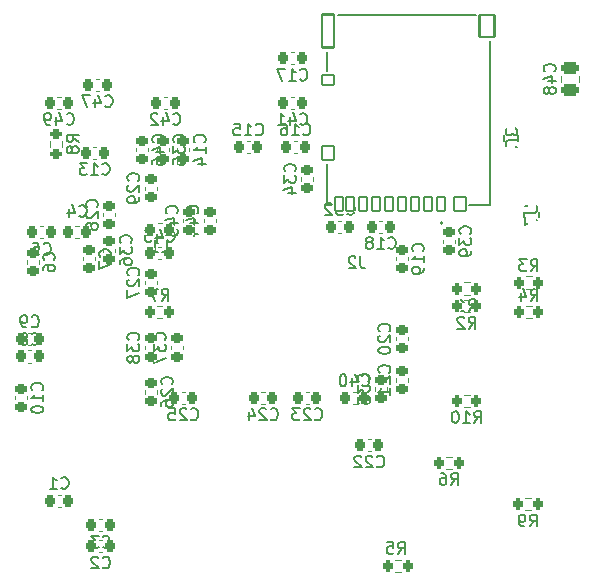
<source format=gbo>
%TF.GenerationSoftware,KiCad,Pcbnew,9.0.1-9.0.1-0~ubuntu24.04.1*%
%TF.CreationDate,2025-06-01T23:52:21-05:00*%
%TF.ProjectId,FC,46432e6b-6963-4616-945f-706362585858,rev?*%
%TF.SameCoordinates,Original*%
%TF.FileFunction,Legend,Bot*%
%TF.FilePolarity,Positive*%
%FSLAX46Y46*%
G04 Gerber Fmt 4.6, Leading zero omitted, Abs format (unit mm)*
G04 Created by KiCad (PCBNEW 9.0.1-9.0.1-0~ubuntu24.04.1) date 2025-06-01 23:52:21*
%MOMM*%
%LPD*%
G01*
G04 APERTURE LIST*
G04 Aperture macros list*
%AMRoundRect*
0 Rectangle with rounded corners*
0 $1 Rounding radius*
0 $2 $3 $4 $5 $6 $7 $8 $9 X,Y pos of 4 corners*
0 Add a 4 corners polygon primitive as box body*
4,1,4,$2,$3,$4,$5,$6,$7,$8,$9,$2,$3,0*
0 Add four circle primitives for the rounded corners*
1,1,$1+$1,$2,$3*
1,1,$1+$1,$4,$5*
1,1,$1+$1,$6,$7*
1,1,$1+$1,$8,$9*
0 Add four rect primitives between the rounded corners*
20,1,$1+$1,$2,$3,$4,$5,0*
20,1,$1+$1,$4,$5,$6,$7,0*
20,1,$1+$1,$6,$7,$8,$9,0*
20,1,$1+$1,$8,$9,$2,$3,0*%
G04 Aperture macros list end*
%ADD10C,0.150000*%
%ADD11C,0.120000*%
%ADD12C,0.152400*%
%ADD13C,0.127000*%
%ADD14C,0.200000*%
%ADD15O,1.800000X1.000000*%
%ADD16O,2.100000X1.000000*%
%ADD17C,0.650000*%
%ADD18RoundRect,0.225000X-0.225000X-0.250000X0.225000X-0.250000X0.225000X0.250000X-0.225000X0.250000X0*%
%ADD19C,0.700000*%
%ADD20O,1.500000X0.800000*%
%ADD21RoundRect,0.218750X-0.218750X-0.256250X0.218750X-0.256250X0.218750X0.256250X-0.218750X0.256250X0*%
%ADD22RoundRect,0.225000X-0.250000X0.225000X-0.250000X-0.225000X0.250000X-0.225000X0.250000X0.225000X0*%
%ADD23RoundRect,0.225000X0.250000X-0.225000X0.250000X0.225000X-0.250000X0.225000X-0.250000X-0.225000X0*%
%ADD24RoundRect,0.225000X0.225000X0.250000X-0.225000X0.250000X-0.225000X-0.250000X0.225000X-0.250000X0*%
%ADD25R,0.685800X0.711200*%
%ADD26RoundRect,0.200000X-0.200000X-0.275000X0.200000X-0.275000X0.200000X0.275000X-0.200000X0.275000X0*%
%ADD27RoundRect,0.200000X0.200000X0.275000X-0.200000X0.275000X-0.200000X-0.275000X0.200000X-0.275000X0*%
%ADD28RoundRect,0.102000X-0.350000X-0.600000X0.350000X-0.600000X0.350000X0.600000X-0.350000X0.600000X0*%
%ADD29RoundRect,0.102000X-0.500000X-0.600000X0.500000X-0.600000X0.500000X0.600000X-0.500000X0.600000X0*%
%ADD30RoundRect,0.102000X-0.500000X-1.400000X0.500000X-1.400000X0.500000X1.400000X-0.500000X1.400000X0*%
%ADD31RoundRect,0.102000X-0.650000X-0.950000X0.650000X-0.950000X0.650000X0.950000X-0.650000X0.950000X0*%
%ADD32RoundRect,0.102000X-0.500000X-0.400000X0.500000X-0.400000X0.500000X0.400000X-0.500000X0.400000X0*%
%ADD33RoundRect,0.250000X-0.475000X0.250000X-0.475000X-0.250000X0.475000X-0.250000X0.475000X0.250000X0*%
%ADD34RoundRect,0.200000X0.275000X-0.200000X0.275000X0.200000X-0.275000X0.200000X-0.275000X-0.200000X0*%
G04 APERTURE END LIST*
D10*
X155867857Y-59789580D02*
X155915476Y-59837200D01*
X155915476Y-59837200D02*
X156058333Y-59884819D01*
X156058333Y-59884819D02*
X156153571Y-59884819D01*
X156153571Y-59884819D02*
X156296428Y-59837200D01*
X156296428Y-59837200D02*
X156391666Y-59741961D01*
X156391666Y-59741961D02*
X156439285Y-59646723D01*
X156439285Y-59646723D02*
X156486904Y-59456247D01*
X156486904Y-59456247D02*
X156486904Y-59313390D01*
X156486904Y-59313390D02*
X156439285Y-59122914D01*
X156439285Y-59122914D02*
X156391666Y-59027676D01*
X156391666Y-59027676D02*
X156296428Y-58932438D01*
X156296428Y-58932438D02*
X156153571Y-58884819D01*
X156153571Y-58884819D02*
X156058333Y-58884819D01*
X156058333Y-58884819D02*
X155915476Y-58932438D01*
X155915476Y-58932438D02*
X155867857Y-58980057D01*
X155010714Y-59218152D02*
X155010714Y-59884819D01*
X155248809Y-58837200D02*
X155486904Y-59551485D01*
X155486904Y-59551485D02*
X154867857Y-59551485D01*
X154439285Y-59884819D02*
X154248809Y-59884819D01*
X154248809Y-59884819D02*
X154153571Y-59837200D01*
X154153571Y-59837200D02*
X154105952Y-59789580D01*
X154105952Y-59789580D02*
X154010714Y-59646723D01*
X154010714Y-59646723D02*
X153963095Y-59456247D01*
X153963095Y-59456247D02*
X153963095Y-59075295D01*
X153963095Y-59075295D02*
X154010714Y-58980057D01*
X154010714Y-58980057D02*
X154058333Y-58932438D01*
X154058333Y-58932438D02*
X154153571Y-58884819D01*
X154153571Y-58884819D02*
X154344047Y-58884819D01*
X154344047Y-58884819D02*
X154439285Y-58932438D01*
X154439285Y-58932438D02*
X154486904Y-58980057D01*
X154486904Y-58980057D02*
X154534523Y-59075295D01*
X154534523Y-59075295D02*
X154534523Y-59313390D01*
X154534523Y-59313390D02*
X154486904Y-59408628D01*
X154486904Y-59408628D02*
X154439285Y-59456247D01*
X154439285Y-59456247D02*
X154344047Y-59503866D01*
X154344047Y-59503866D02*
X154153571Y-59503866D01*
X154153571Y-59503866D02*
X154058333Y-59456247D01*
X154058333Y-59456247D02*
X154010714Y-59408628D01*
X154010714Y-59408628D02*
X153963095Y-59313390D01*
X159142857Y-58289580D02*
X159190476Y-58337200D01*
X159190476Y-58337200D02*
X159333333Y-58384819D01*
X159333333Y-58384819D02*
X159428571Y-58384819D01*
X159428571Y-58384819D02*
X159571428Y-58337200D01*
X159571428Y-58337200D02*
X159666666Y-58241961D01*
X159666666Y-58241961D02*
X159714285Y-58146723D01*
X159714285Y-58146723D02*
X159761904Y-57956247D01*
X159761904Y-57956247D02*
X159761904Y-57813390D01*
X159761904Y-57813390D02*
X159714285Y-57622914D01*
X159714285Y-57622914D02*
X159666666Y-57527676D01*
X159666666Y-57527676D02*
X159571428Y-57432438D01*
X159571428Y-57432438D02*
X159428571Y-57384819D01*
X159428571Y-57384819D02*
X159333333Y-57384819D01*
X159333333Y-57384819D02*
X159190476Y-57432438D01*
X159190476Y-57432438D02*
X159142857Y-57480057D01*
X158285714Y-57718152D02*
X158285714Y-58384819D01*
X158523809Y-57337200D02*
X158761904Y-58051485D01*
X158761904Y-58051485D02*
X158142857Y-58051485D01*
X157857142Y-57384819D02*
X157190476Y-57384819D01*
X157190476Y-57384819D02*
X157619047Y-58384819D01*
X183117857Y-70289580D02*
X183165476Y-70337200D01*
X183165476Y-70337200D02*
X183308333Y-70384819D01*
X183308333Y-70384819D02*
X183403571Y-70384819D01*
X183403571Y-70384819D02*
X183546428Y-70337200D01*
X183546428Y-70337200D02*
X183641666Y-70241961D01*
X183641666Y-70241961D02*
X183689285Y-70146723D01*
X183689285Y-70146723D02*
X183736904Y-69956247D01*
X183736904Y-69956247D02*
X183736904Y-69813390D01*
X183736904Y-69813390D02*
X183689285Y-69622914D01*
X183689285Y-69622914D02*
X183641666Y-69527676D01*
X183641666Y-69527676D02*
X183546428Y-69432438D01*
X183546428Y-69432438D02*
X183403571Y-69384819D01*
X183403571Y-69384819D02*
X183308333Y-69384819D01*
X183308333Y-69384819D02*
X183165476Y-69432438D01*
X183165476Y-69432438D02*
X183117857Y-69480057D01*
X182165476Y-70384819D02*
X182736904Y-70384819D01*
X182451190Y-70384819D02*
X182451190Y-69384819D01*
X182451190Y-69384819D02*
X182546428Y-69527676D01*
X182546428Y-69527676D02*
X182641666Y-69622914D01*
X182641666Y-69622914D02*
X182736904Y-69670533D01*
X181594047Y-69813390D02*
X181689285Y-69765771D01*
X181689285Y-69765771D02*
X181736904Y-69718152D01*
X181736904Y-69718152D02*
X181784523Y-69622914D01*
X181784523Y-69622914D02*
X181784523Y-69575295D01*
X181784523Y-69575295D02*
X181736904Y-69480057D01*
X181736904Y-69480057D02*
X181689285Y-69432438D01*
X181689285Y-69432438D02*
X181594047Y-69384819D01*
X181594047Y-69384819D02*
X181403571Y-69384819D01*
X181403571Y-69384819D02*
X181308333Y-69432438D01*
X181308333Y-69432438D02*
X181260714Y-69480057D01*
X181260714Y-69480057D02*
X181213095Y-69575295D01*
X181213095Y-69575295D02*
X181213095Y-69622914D01*
X181213095Y-69622914D02*
X181260714Y-69718152D01*
X181260714Y-69718152D02*
X181308333Y-69765771D01*
X181308333Y-69765771D02*
X181403571Y-69813390D01*
X181403571Y-69813390D02*
X181594047Y-69813390D01*
X181594047Y-69813390D02*
X181689285Y-69861009D01*
X181689285Y-69861009D02*
X181736904Y-69908628D01*
X181736904Y-69908628D02*
X181784523Y-70003866D01*
X181784523Y-70003866D02*
X181784523Y-70194342D01*
X181784523Y-70194342D02*
X181736904Y-70289580D01*
X181736904Y-70289580D02*
X181689285Y-70337200D01*
X181689285Y-70337200D02*
X181594047Y-70384819D01*
X181594047Y-70384819D02*
X181403571Y-70384819D01*
X181403571Y-70384819D02*
X181308333Y-70337200D01*
X181308333Y-70337200D02*
X181260714Y-70289580D01*
X181260714Y-70289580D02*
X181213095Y-70194342D01*
X181213095Y-70194342D02*
X181213095Y-70003866D01*
X181213095Y-70003866D02*
X181260714Y-69908628D01*
X181260714Y-69908628D02*
X181308333Y-69861009D01*
X181308333Y-69861009D02*
X181403571Y-69813390D01*
X158916666Y-95589580D02*
X158964285Y-95637200D01*
X158964285Y-95637200D02*
X159107142Y-95684819D01*
X159107142Y-95684819D02*
X159202380Y-95684819D01*
X159202380Y-95684819D02*
X159345237Y-95637200D01*
X159345237Y-95637200D02*
X159440475Y-95541961D01*
X159440475Y-95541961D02*
X159488094Y-95446723D01*
X159488094Y-95446723D02*
X159535713Y-95256247D01*
X159535713Y-95256247D02*
X159535713Y-95113390D01*
X159535713Y-95113390D02*
X159488094Y-94922914D01*
X159488094Y-94922914D02*
X159440475Y-94827676D01*
X159440475Y-94827676D02*
X159345237Y-94732438D01*
X159345237Y-94732438D02*
X159202380Y-94684819D01*
X159202380Y-94684819D02*
X159107142Y-94684819D01*
X159107142Y-94684819D02*
X158964285Y-94732438D01*
X158964285Y-94732438D02*
X158916666Y-94780057D01*
X158583332Y-94684819D02*
X157964285Y-94684819D01*
X157964285Y-94684819D02*
X158297618Y-95065771D01*
X158297618Y-95065771D02*
X158154761Y-95065771D01*
X158154761Y-95065771D02*
X158059523Y-95113390D01*
X158059523Y-95113390D02*
X158011904Y-95161009D01*
X158011904Y-95161009D02*
X157964285Y-95256247D01*
X157964285Y-95256247D02*
X157964285Y-95494342D01*
X157964285Y-95494342D02*
X158011904Y-95589580D01*
X158011904Y-95589580D02*
X158059523Y-95637200D01*
X158059523Y-95637200D02*
X158154761Y-95684819D01*
X158154761Y-95684819D02*
X158440475Y-95684819D01*
X158440475Y-95684819D02*
X158535713Y-95637200D01*
X158535713Y-95637200D02*
X158583332Y-95589580D01*
X163916666Y-70634819D02*
X164392856Y-70634819D01*
X164392856Y-70634819D02*
X164392856Y-69634819D01*
X163059523Y-70634819D02*
X163630951Y-70634819D01*
X163345237Y-70634819D02*
X163345237Y-69634819D01*
X163345237Y-69634819D02*
X163440475Y-69777676D01*
X163440475Y-69777676D02*
X163535713Y-69872914D01*
X163535713Y-69872914D02*
X163630951Y-69920533D01*
X183179580Y-80857142D02*
X183227200Y-80809523D01*
X183227200Y-80809523D02*
X183274819Y-80666666D01*
X183274819Y-80666666D02*
X183274819Y-80571428D01*
X183274819Y-80571428D02*
X183227200Y-80428571D01*
X183227200Y-80428571D02*
X183131961Y-80333333D01*
X183131961Y-80333333D02*
X183036723Y-80285714D01*
X183036723Y-80285714D02*
X182846247Y-80238095D01*
X182846247Y-80238095D02*
X182703390Y-80238095D01*
X182703390Y-80238095D02*
X182512914Y-80285714D01*
X182512914Y-80285714D02*
X182417676Y-80333333D01*
X182417676Y-80333333D02*
X182322438Y-80428571D01*
X182322438Y-80428571D02*
X182274819Y-80571428D01*
X182274819Y-80571428D02*
X182274819Y-80666666D01*
X182274819Y-80666666D02*
X182322438Y-80809523D01*
X182322438Y-80809523D02*
X182370057Y-80857142D01*
X182370057Y-81238095D02*
X182322438Y-81285714D01*
X182322438Y-81285714D02*
X182274819Y-81380952D01*
X182274819Y-81380952D02*
X182274819Y-81619047D01*
X182274819Y-81619047D02*
X182322438Y-81714285D01*
X182322438Y-81714285D02*
X182370057Y-81761904D01*
X182370057Y-81761904D02*
X182465295Y-81809523D01*
X182465295Y-81809523D02*
X182560533Y-81809523D01*
X182560533Y-81809523D02*
X182703390Y-81761904D01*
X182703390Y-81761904D02*
X183274819Y-81190476D01*
X183274819Y-81190476D02*
X183274819Y-81809523D01*
X183274819Y-82761904D02*
X183274819Y-82190476D01*
X183274819Y-82476190D02*
X182274819Y-82476190D01*
X182274819Y-82476190D02*
X182417676Y-82380952D01*
X182417676Y-82380952D02*
X182512914Y-82285714D01*
X182512914Y-82285714D02*
X182560533Y-82190476D01*
X166929580Y-67357142D02*
X166977200Y-67309523D01*
X166977200Y-67309523D02*
X167024819Y-67166666D01*
X167024819Y-67166666D02*
X167024819Y-67071428D01*
X167024819Y-67071428D02*
X166977200Y-66928571D01*
X166977200Y-66928571D02*
X166881961Y-66833333D01*
X166881961Y-66833333D02*
X166786723Y-66785714D01*
X166786723Y-66785714D02*
X166596247Y-66738095D01*
X166596247Y-66738095D02*
X166453390Y-66738095D01*
X166453390Y-66738095D02*
X166262914Y-66785714D01*
X166262914Y-66785714D02*
X166167676Y-66833333D01*
X166167676Y-66833333D02*
X166072438Y-66928571D01*
X166072438Y-66928571D02*
X166024819Y-67071428D01*
X166024819Y-67071428D02*
X166024819Y-67166666D01*
X166024819Y-67166666D02*
X166072438Y-67309523D01*
X166072438Y-67309523D02*
X166120057Y-67357142D01*
X166358152Y-68214285D02*
X167024819Y-68214285D01*
X165977200Y-67976190D02*
X166691485Y-67738095D01*
X166691485Y-67738095D02*
X166691485Y-68357142D01*
X166358152Y-69166666D02*
X167024819Y-69166666D01*
X165977200Y-68928571D02*
X166691485Y-68690476D01*
X166691485Y-68690476D02*
X166691485Y-69309523D01*
X176892857Y-84789580D02*
X176940476Y-84837200D01*
X176940476Y-84837200D02*
X177083333Y-84884819D01*
X177083333Y-84884819D02*
X177178571Y-84884819D01*
X177178571Y-84884819D02*
X177321428Y-84837200D01*
X177321428Y-84837200D02*
X177416666Y-84741961D01*
X177416666Y-84741961D02*
X177464285Y-84646723D01*
X177464285Y-84646723D02*
X177511904Y-84456247D01*
X177511904Y-84456247D02*
X177511904Y-84313390D01*
X177511904Y-84313390D02*
X177464285Y-84122914D01*
X177464285Y-84122914D02*
X177416666Y-84027676D01*
X177416666Y-84027676D02*
X177321428Y-83932438D01*
X177321428Y-83932438D02*
X177178571Y-83884819D01*
X177178571Y-83884819D02*
X177083333Y-83884819D01*
X177083333Y-83884819D02*
X176940476Y-83932438D01*
X176940476Y-83932438D02*
X176892857Y-83980057D01*
X176511904Y-83980057D02*
X176464285Y-83932438D01*
X176464285Y-83932438D02*
X176369047Y-83884819D01*
X176369047Y-83884819D02*
X176130952Y-83884819D01*
X176130952Y-83884819D02*
X176035714Y-83932438D01*
X176035714Y-83932438D02*
X175988095Y-83980057D01*
X175988095Y-83980057D02*
X175940476Y-84075295D01*
X175940476Y-84075295D02*
X175940476Y-84170533D01*
X175940476Y-84170533D02*
X175988095Y-84313390D01*
X175988095Y-84313390D02*
X176559523Y-84884819D01*
X176559523Y-84884819D02*
X175940476Y-84884819D01*
X175607142Y-83884819D02*
X174988095Y-83884819D01*
X174988095Y-83884819D02*
X175321428Y-84265771D01*
X175321428Y-84265771D02*
X175178571Y-84265771D01*
X175178571Y-84265771D02*
X175083333Y-84313390D01*
X175083333Y-84313390D02*
X175035714Y-84361009D01*
X175035714Y-84361009D02*
X174988095Y-84456247D01*
X174988095Y-84456247D02*
X174988095Y-84694342D01*
X174988095Y-84694342D02*
X175035714Y-84789580D01*
X175035714Y-84789580D02*
X175083333Y-84837200D01*
X175083333Y-84837200D02*
X175178571Y-84884819D01*
X175178571Y-84884819D02*
X175464285Y-84884819D01*
X175464285Y-84884819D02*
X175559523Y-84837200D01*
X175559523Y-84837200D02*
X175607142Y-84789580D01*
X164039580Y-61357142D02*
X164087200Y-61309523D01*
X164087200Y-61309523D02*
X164134819Y-61166666D01*
X164134819Y-61166666D02*
X164134819Y-61071428D01*
X164134819Y-61071428D02*
X164087200Y-60928571D01*
X164087200Y-60928571D02*
X163991961Y-60833333D01*
X163991961Y-60833333D02*
X163896723Y-60785714D01*
X163896723Y-60785714D02*
X163706247Y-60738095D01*
X163706247Y-60738095D02*
X163563390Y-60738095D01*
X163563390Y-60738095D02*
X163372914Y-60785714D01*
X163372914Y-60785714D02*
X163277676Y-60833333D01*
X163277676Y-60833333D02*
X163182438Y-60928571D01*
X163182438Y-60928571D02*
X163134819Y-61071428D01*
X163134819Y-61071428D02*
X163134819Y-61166666D01*
X163134819Y-61166666D02*
X163182438Y-61309523D01*
X163182438Y-61309523D02*
X163230057Y-61357142D01*
X163468152Y-62214285D02*
X164134819Y-62214285D01*
X163087200Y-61976190D02*
X163801485Y-61738095D01*
X163801485Y-61738095D02*
X163801485Y-62357142D01*
X163134819Y-63166666D02*
X163134819Y-62976190D01*
X163134819Y-62976190D02*
X163182438Y-62880952D01*
X163182438Y-62880952D02*
X163230057Y-62833333D01*
X163230057Y-62833333D02*
X163372914Y-62738095D01*
X163372914Y-62738095D02*
X163563390Y-62690476D01*
X163563390Y-62690476D02*
X163944342Y-62690476D01*
X163944342Y-62690476D02*
X164039580Y-62738095D01*
X164039580Y-62738095D02*
X164087200Y-62785714D01*
X164087200Y-62785714D02*
X164134819Y-62880952D01*
X164134819Y-62880952D02*
X164134819Y-63071428D01*
X164134819Y-63071428D02*
X164087200Y-63166666D01*
X164087200Y-63166666D02*
X164039580Y-63214285D01*
X164039580Y-63214285D02*
X163944342Y-63261904D01*
X163944342Y-63261904D02*
X163706247Y-63261904D01*
X163706247Y-63261904D02*
X163611009Y-63214285D01*
X163611009Y-63214285D02*
X163563390Y-63166666D01*
X163563390Y-63166666D02*
X163515771Y-63071428D01*
X163515771Y-63071428D02*
X163515771Y-62880952D01*
X163515771Y-62880952D02*
X163563390Y-62785714D01*
X163563390Y-62785714D02*
X163611009Y-62738095D01*
X163611009Y-62738095D02*
X163706247Y-62690476D01*
X179642857Y-67429580D02*
X179690476Y-67477200D01*
X179690476Y-67477200D02*
X179833333Y-67524819D01*
X179833333Y-67524819D02*
X179928571Y-67524819D01*
X179928571Y-67524819D02*
X180071428Y-67477200D01*
X180071428Y-67477200D02*
X180166666Y-67381961D01*
X180166666Y-67381961D02*
X180214285Y-67286723D01*
X180214285Y-67286723D02*
X180261904Y-67096247D01*
X180261904Y-67096247D02*
X180261904Y-66953390D01*
X180261904Y-66953390D02*
X180214285Y-66762914D01*
X180214285Y-66762914D02*
X180166666Y-66667676D01*
X180166666Y-66667676D02*
X180071428Y-66572438D01*
X180071428Y-66572438D02*
X179928571Y-66524819D01*
X179928571Y-66524819D02*
X179833333Y-66524819D01*
X179833333Y-66524819D02*
X179690476Y-66572438D01*
X179690476Y-66572438D02*
X179642857Y-66620057D01*
X179309523Y-66524819D02*
X178690476Y-66524819D01*
X178690476Y-66524819D02*
X179023809Y-66905771D01*
X179023809Y-66905771D02*
X178880952Y-66905771D01*
X178880952Y-66905771D02*
X178785714Y-66953390D01*
X178785714Y-66953390D02*
X178738095Y-67001009D01*
X178738095Y-67001009D02*
X178690476Y-67096247D01*
X178690476Y-67096247D02*
X178690476Y-67334342D01*
X178690476Y-67334342D02*
X178738095Y-67429580D01*
X178738095Y-67429580D02*
X178785714Y-67477200D01*
X178785714Y-67477200D02*
X178880952Y-67524819D01*
X178880952Y-67524819D02*
X179166666Y-67524819D01*
X179166666Y-67524819D02*
X179261904Y-67477200D01*
X179261904Y-67477200D02*
X179309523Y-67429580D01*
X178309523Y-66620057D02*
X178261904Y-66572438D01*
X178261904Y-66572438D02*
X178166666Y-66524819D01*
X178166666Y-66524819D02*
X177928571Y-66524819D01*
X177928571Y-66524819D02*
X177833333Y-66572438D01*
X177833333Y-66572438D02*
X177785714Y-66620057D01*
X177785714Y-66620057D02*
X177738095Y-66715295D01*
X177738095Y-66715295D02*
X177738095Y-66810533D01*
X177738095Y-66810533D02*
X177785714Y-66953390D01*
X177785714Y-66953390D02*
X178357142Y-67524819D01*
X178357142Y-67524819D02*
X177738095Y-67524819D01*
X158916666Y-97339580D02*
X158964285Y-97387200D01*
X158964285Y-97387200D02*
X159107142Y-97434819D01*
X159107142Y-97434819D02*
X159202380Y-97434819D01*
X159202380Y-97434819D02*
X159345237Y-97387200D01*
X159345237Y-97387200D02*
X159440475Y-97291961D01*
X159440475Y-97291961D02*
X159488094Y-97196723D01*
X159488094Y-97196723D02*
X159535713Y-97006247D01*
X159535713Y-97006247D02*
X159535713Y-96863390D01*
X159535713Y-96863390D02*
X159488094Y-96672914D01*
X159488094Y-96672914D02*
X159440475Y-96577676D01*
X159440475Y-96577676D02*
X159345237Y-96482438D01*
X159345237Y-96482438D02*
X159202380Y-96434819D01*
X159202380Y-96434819D02*
X159107142Y-96434819D01*
X159107142Y-96434819D02*
X158964285Y-96482438D01*
X158964285Y-96482438D02*
X158916666Y-96530057D01*
X158535713Y-96530057D02*
X158488094Y-96482438D01*
X158488094Y-96482438D02*
X158392856Y-96434819D01*
X158392856Y-96434819D02*
X158154761Y-96434819D01*
X158154761Y-96434819D02*
X158059523Y-96482438D01*
X158059523Y-96482438D02*
X158011904Y-96530057D01*
X158011904Y-96530057D02*
X157964285Y-96625295D01*
X157964285Y-96625295D02*
X157964285Y-96720533D01*
X157964285Y-96720533D02*
X158011904Y-96863390D01*
X158011904Y-96863390D02*
X158583332Y-97434819D01*
X158583332Y-97434819D02*
X157964285Y-97434819D01*
X180892857Y-81929580D02*
X180940476Y-81977200D01*
X180940476Y-81977200D02*
X181083333Y-82024819D01*
X181083333Y-82024819D02*
X181178571Y-82024819D01*
X181178571Y-82024819D02*
X181321428Y-81977200D01*
X181321428Y-81977200D02*
X181416666Y-81881961D01*
X181416666Y-81881961D02*
X181464285Y-81786723D01*
X181464285Y-81786723D02*
X181511904Y-81596247D01*
X181511904Y-81596247D02*
X181511904Y-81453390D01*
X181511904Y-81453390D02*
X181464285Y-81262914D01*
X181464285Y-81262914D02*
X181416666Y-81167676D01*
X181416666Y-81167676D02*
X181321428Y-81072438D01*
X181321428Y-81072438D02*
X181178571Y-81024819D01*
X181178571Y-81024819D02*
X181083333Y-81024819D01*
X181083333Y-81024819D02*
X180940476Y-81072438D01*
X180940476Y-81072438D02*
X180892857Y-81120057D01*
X180035714Y-81358152D02*
X180035714Y-82024819D01*
X180273809Y-80977200D02*
X180511904Y-81691485D01*
X180511904Y-81691485D02*
X179892857Y-81691485D01*
X179321428Y-81024819D02*
X179226190Y-81024819D01*
X179226190Y-81024819D02*
X179130952Y-81072438D01*
X179130952Y-81072438D02*
X179083333Y-81120057D01*
X179083333Y-81120057D02*
X179035714Y-81215295D01*
X179035714Y-81215295D02*
X178988095Y-81405771D01*
X178988095Y-81405771D02*
X178988095Y-81643866D01*
X178988095Y-81643866D02*
X179035714Y-81834342D01*
X179035714Y-81834342D02*
X179083333Y-81929580D01*
X179083333Y-81929580D02*
X179130952Y-81977200D01*
X179130952Y-81977200D02*
X179226190Y-82024819D01*
X179226190Y-82024819D02*
X179321428Y-82024819D01*
X179321428Y-82024819D02*
X179416666Y-81977200D01*
X179416666Y-81977200D02*
X179464285Y-81929580D01*
X179464285Y-81929580D02*
X179511904Y-81834342D01*
X179511904Y-81834342D02*
X179559523Y-81643866D01*
X179559523Y-81643866D02*
X179559523Y-81405771D01*
X179559523Y-81405771D02*
X179511904Y-81215295D01*
X179511904Y-81215295D02*
X179464285Y-81120057D01*
X179464285Y-81120057D02*
X179416666Y-81072438D01*
X179416666Y-81072438D02*
X179321428Y-81024819D01*
X164789580Y-81857142D02*
X164837200Y-81809523D01*
X164837200Y-81809523D02*
X164884819Y-81666666D01*
X164884819Y-81666666D02*
X164884819Y-81571428D01*
X164884819Y-81571428D02*
X164837200Y-81428571D01*
X164837200Y-81428571D02*
X164741961Y-81333333D01*
X164741961Y-81333333D02*
X164646723Y-81285714D01*
X164646723Y-81285714D02*
X164456247Y-81238095D01*
X164456247Y-81238095D02*
X164313390Y-81238095D01*
X164313390Y-81238095D02*
X164122914Y-81285714D01*
X164122914Y-81285714D02*
X164027676Y-81333333D01*
X164027676Y-81333333D02*
X163932438Y-81428571D01*
X163932438Y-81428571D02*
X163884819Y-81571428D01*
X163884819Y-81571428D02*
X163884819Y-81666666D01*
X163884819Y-81666666D02*
X163932438Y-81809523D01*
X163932438Y-81809523D02*
X163980057Y-81857142D01*
X163980057Y-82238095D02*
X163932438Y-82285714D01*
X163932438Y-82285714D02*
X163884819Y-82380952D01*
X163884819Y-82380952D02*
X163884819Y-82619047D01*
X163884819Y-82619047D02*
X163932438Y-82714285D01*
X163932438Y-82714285D02*
X163980057Y-82761904D01*
X163980057Y-82761904D02*
X164075295Y-82809523D01*
X164075295Y-82809523D02*
X164170533Y-82809523D01*
X164170533Y-82809523D02*
X164313390Y-82761904D01*
X164313390Y-82761904D02*
X164884819Y-82190476D01*
X164884819Y-82190476D02*
X164884819Y-82809523D01*
X163884819Y-83666666D02*
X163884819Y-83476190D01*
X163884819Y-83476190D02*
X163932438Y-83380952D01*
X163932438Y-83380952D02*
X163980057Y-83333333D01*
X163980057Y-83333333D02*
X164122914Y-83238095D01*
X164122914Y-83238095D02*
X164313390Y-83190476D01*
X164313390Y-83190476D02*
X164694342Y-83190476D01*
X164694342Y-83190476D02*
X164789580Y-83238095D01*
X164789580Y-83238095D02*
X164837200Y-83285714D01*
X164837200Y-83285714D02*
X164884819Y-83380952D01*
X164884819Y-83380952D02*
X164884819Y-83571428D01*
X164884819Y-83571428D02*
X164837200Y-83666666D01*
X164837200Y-83666666D02*
X164789580Y-83714285D01*
X164789580Y-83714285D02*
X164694342Y-83761904D01*
X164694342Y-83761904D02*
X164456247Y-83761904D01*
X164456247Y-83761904D02*
X164361009Y-83714285D01*
X164361009Y-83714285D02*
X164313390Y-83666666D01*
X164313390Y-83666666D02*
X164265771Y-83571428D01*
X164265771Y-83571428D02*
X164265771Y-83380952D01*
X164265771Y-83380952D02*
X164313390Y-83285714D01*
X164313390Y-83285714D02*
X164361009Y-83238095D01*
X164361009Y-83238095D02*
X164456247Y-83190476D01*
X161929580Y-72607142D02*
X161977200Y-72559523D01*
X161977200Y-72559523D02*
X162024819Y-72416666D01*
X162024819Y-72416666D02*
X162024819Y-72321428D01*
X162024819Y-72321428D02*
X161977200Y-72178571D01*
X161977200Y-72178571D02*
X161881961Y-72083333D01*
X161881961Y-72083333D02*
X161786723Y-72035714D01*
X161786723Y-72035714D02*
X161596247Y-71988095D01*
X161596247Y-71988095D02*
X161453390Y-71988095D01*
X161453390Y-71988095D02*
X161262914Y-72035714D01*
X161262914Y-72035714D02*
X161167676Y-72083333D01*
X161167676Y-72083333D02*
X161072438Y-72178571D01*
X161072438Y-72178571D02*
X161024819Y-72321428D01*
X161024819Y-72321428D02*
X161024819Y-72416666D01*
X161024819Y-72416666D02*
X161072438Y-72559523D01*
X161072438Y-72559523D02*
X161120057Y-72607142D01*
X161120057Y-72988095D02*
X161072438Y-73035714D01*
X161072438Y-73035714D02*
X161024819Y-73130952D01*
X161024819Y-73130952D02*
X161024819Y-73369047D01*
X161024819Y-73369047D02*
X161072438Y-73464285D01*
X161072438Y-73464285D02*
X161120057Y-73511904D01*
X161120057Y-73511904D02*
X161215295Y-73559523D01*
X161215295Y-73559523D02*
X161310533Y-73559523D01*
X161310533Y-73559523D02*
X161453390Y-73511904D01*
X161453390Y-73511904D02*
X162024819Y-72940476D01*
X162024819Y-72940476D02*
X162024819Y-73559523D01*
X161024819Y-73892857D02*
X161024819Y-74559523D01*
X161024819Y-74559523D02*
X162024819Y-74130952D01*
X194704819Y-66738795D02*
X195514342Y-66738795D01*
X195514342Y-66738795D02*
X195609580Y-66786414D01*
X195609580Y-66786414D02*
X195657200Y-66834033D01*
X195657200Y-66834033D02*
X195704819Y-66929271D01*
X195704819Y-66929271D02*
X195704819Y-67119747D01*
X195704819Y-67119747D02*
X195657200Y-67214985D01*
X195657200Y-67214985D02*
X195609580Y-67262604D01*
X195609580Y-67262604D02*
X195514342Y-67310223D01*
X195514342Y-67310223D02*
X194704819Y-67310223D01*
X194704819Y-67691176D02*
X194704819Y-68357842D01*
X194704819Y-68357842D02*
X195704819Y-67929271D01*
X173142857Y-84789580D02*
X173190476Y-84837200D01*
X173190476Y-84837200D02*
X173333333Y-84884819D01*
X173333333Y-84884819D02*
X173428571Y-84884819D01*
X173428571Y-84884819D02*
X173571428Y-84837200D01*
X173571428Y-84837200D02*
X173666666Y-84741961D01*
X173666666Y-84741961D02*
X173714285Y-84646723D01*
X173714285Y-84646723D02*
X173761904Y-84456247D01*
X173761904Y-84456247D02*
X173761904Y-84313390D01*
X173761904Y-84313390D02*
X173714285Y-84122914D01*
X173714285Y-84122914D02*
X173666666Y-84027676D01*
X173666666Y-84027676D02*
X173571428Y-83932438D01*
X173571428Y-83932438D02*
X173428571Y-83884819D01*
X173428571Y-83884819D02*
X173333333Y-83884819D01*
X173333333Y-83884819D02*
X173190476Y-83932438D01*
X173190476Y-83932438D02*
X173142857Y-83980057D01*
X172761904Y-83980057D02*
X172714285Y-83932438D01*
X172714285Y-83932438D02*
X172619047Y-83884819D01*
X172619047Y-83884819D02*
X172380952Y-83884819D01*
X172380952Y-83884819D02*
X172285714Y-83932438D01*
X172285714Y-83932438D02*
X172238095Y-83980057D01*
X172238095Y-83980057D02*
X172190476Y-84075295D01*
X172190476Y-84075295D02*
X172190476Y-84170533D01*
X172190476Y-84170533D02*
X172238095Y-84313390D01*
X172238095Y-84313390D02*
X172809523Y-84884819D01*
X172809523Y-84884819D02*
X172190476Y-84884819D01*
X171333333Y-84218152D02*
X171333333Y-84884819D01*
X171571428Y-83837200D02*
X171809523Y-84551485D01*
X171809523Y-84551485D02*
X171190476Y-84551485D01*
X167539580Y-61357142D02*
X167587200Y-61309523D01*
X167587200Y-61309523D02*
X167634819Y-61166666D01*
X167634819Y-61166666D02*
X167634819Y-61071428D01*
X167634819Y-61071428D02*
X167587200Y-60928571D01*
X167587200Y-60928571D02*
X167491961Y-60833333D01*
X167491961Y-60833333D02*
X167396723Y-60785714D01*
X167396723Y-60785714D02*
X167206247Y-60738095D01*
X167206247Y-60738095D02*
X167063390Y-60738095D01*
X167063390Y-60738095D02*
X166872914Y-60785714D01*
X166872914Y-60785714D02*
X166777676Y-60833333D01*
X166777676Y-60833333D02*
X166682438Y-60928571D01*
X166682438Y-60928571D02*
X166634819Y-61071428D01*
X166634819Y-61071428D02*
X166634819Y-61166666D01*
X166634819Y-61166666D02*
X166682438Y-61309523D01*
X166682438Y-61309523D02*
X166730057Y-61357142D01*
X167634819Y-62309523D02*
X167634819Y-61738095D01*
X167634819Y-62023809D02*
X166634819Y-62023809D01*
X166634819Y-62023809D02*
X166777676Y-61928571D01*
X166777676Y-61928571D02*
X166872914Y-61833333D01*
X166872914Y-61833333D02*
X166920533Y-61738095D01*
X166968152Y-63166666D02*
X167634819Y-63166666D01*
X166587200Y-62928571D02*
X167301485Y-62690476D01*
X167301485Y-62690476D02*
X167301485Y-63309523D01*
X159539580Y-71058333D02*
X159587200Y-71010714D01*
X159587200Y-71010714D02*
X159634819Y-70867857D01*
X159634819Y-70867857D02*
X159634819Y-70772619D01*
X159634819Y-70772619D02*
X159587200Y-70629762D01*
X159587200Y-70629762D02*
X159491961Y-70534524D01*
X159491961Y-70534524D02*
X159396723Y-70486905D01*
X159396723Y-70486905D02*
X159206247Y-70439286D01*
X159206247Y-70439286D02*
X159063390Y-70439286D01*
X159063390Y-70439286D02*
X158872914Y-70486905D01*
X158872914Y-70486905D02*
X158777676Y-70534524D01*
X158777676Y-70534524D02*
X158682438Y-70629762D01*
X158682438Y-70629762D02*
X158634819Y-70772619D01*
X158634819Y-70772619D02*
X158634819Y-70867857D01*
X158634819Y-70867857D02*
X158682438Y-71010714D01*
X158682438Y-71010714D02*
X158730057Y-71058333D01*
X158634819Y-71391667D02*
X158634819Y-72058333D01*
X158634819Y-72058333D02*
X159634819Y-71629762D01*
X189916666Y-77134819D02*
X190249999Y-76658628D01*
X190488094Y-77134819D02*
X190488094Y-76134819D01*
X190488094Y-76134819D02*
X190107142Y-76134819D01*
X190107142Y-76134819D02*
X190011904Y-76182438D01*
X190011904Y-76182438D02*
X189964285Y-76230057D01*
X189964285Y-76230057D02*
X189916666Y-76325295D01*
X189916666Y-76325295D02*
X189916666Y-76468152D01*
X189916666Y-76468152D02*
X189964285Y-76563390D01*
X189964285Y-76563390D02*
X190011904Y-76611009D01*
X190011904Y-76611009D02*
X190107142Y-76658628D01*
X190107142Y-76658628D02*
X190488094Y-76658628D01*
X189535713Y-76230057D02*
X189488094Y-76182438D01*
X189488094Y-76182438D02*
X189392856Y-76134819D01*
X189392856Y-76134819D02*
X189154761Y-76134819D01*
X189154761Y-76134819D02*
X189059523Y-76182438D01*
X189059523Y-76182438D02*
X189011904Y-76230057D01*
X189011904Y-76230057D02*
X188964285Y-76325295D01*
X188964285Y-76325295D02*
X188964285Y-76420533D01*
X188964285Y-76420533D02*
X189011904Y-76563390D01*
X189011904Y-76563390D02*
X189583332Y-77134819D01*
X189583332Y-77134819D02*
X188964285Y-77134819D01*
X186039580Y-70582142D02*
X186087200Y-70534523D01*
X186087200Y-70534523D02*
X186134819Y-70391666D01*
X186134819Y-70391666D02*
X186134819Y-70296428D01*
X186134819Y-70296428D02*
X186087200Y-70153571D01*
X186087200Y-70153571D02*
X185991961Y-70058333D01*
X185991961Y-70058333D02*
X185896723Y-70010714D01*
X185896723Y-70010714D02*
X185706247Y-69963095D01*
X185706247Y-69963095D02*
X185563390Y-69963095D01*
X185563390Y-69963095D02*
X185372914Y-70010714D01*
X185372914Y-70010714D02*
X185277676Y-70058333D01*
X185277676Y-70058333D02*
X185182438Y-70153571D01*
X185182438Y-70153571D02*
X185134819Y-70296428D01*
X185134819Y-70296428D02*
X185134819Y-70391666D01*
X185134819Y-70391666D02*
X185182438Y-70534523D01*
X185182438Y-70534523D02*
X185230057Y-70582142D01*
X186134819Y-71534523D02*
X186134819Y-70963095D01*
X186134819Y-71248809D02*
X185134819Y-71248809D01*
X185134819Y-71248809D02*
X185277676Y-71153571D01*
X185277676Y-71153571D02*
X185372914Y-71058333D01*
X185372914Y-71058333D02*
X185420533Y-70963095D01*
X186134819Y-72010714D02*
X186134819Y-72201190D01*
X186134819Y-72201190D02*
X186087200Y-72296428D01*
X186087200Y-72296428D02*
X186039580Y-72344047D01*
X186039580Y-72344047D02*
X185896723Y-72439285D01*
X185896723Y-72439285D02*
X185706247Y-72486904D01*
X185706247Y-72486904D02*
X185325295Y-72486904D01*
X185325295Y-72486904D02*
X185230057Y-72439285D01*
X185230057Y-72439285D02*
X185182438Y-72391666D01*
X185182438Y-72391666D02*
X185134819Y-72296428D01*
X185134819Y-72296428D02*
X185134819Y-72105952D01*
X185134819Y-72105952D02*
X185182438Y-72010714D01*
X185182438Y-72010714D02*
X185230057Y-71963095D01*
X185230057Y-71963095D02*
X185325295Y-71915476D01*
X185325295Y-71915476D02*
X185563390Y-71915476D01*
X185563390Y-71915476D02*
X185658628Y-71963095D01*
X185658628Y-71963095D02*
X185706247Y-72010714D01*
X185706247Y-72010714D02*
X185753866Y-72105952D01*
X185753866Y-72105952D02*
X185753866Y-72296428D01*
X185753866Y-72296428D02*
X185706247Y-72391666D01*
X185706247Y-72391666D02*
X185658628Y-72439285D01*
X185658628Y-72439285D02*
X185563390Y-72486904D01*
X164179580Y-78107142D02*
X164227200Y-78059523D01*
X164227200Y-78059523D02*
X164274819Y-77916666D01*
X164274819Y-77916666D02*
X164274819Y-77821428D01*
X164274819Y-77821428D02*
X164227200Y-77678571D01*
X164227200Y-77678571D02*
X164131961Y-77583333D01*
X164131961Y-77583333D02*
X164036723Y-77535714D01*
X164036723Y-77535714D02*
X163846247Y-77488095D01*
X163846247Y-77488095D02*
X163703390Y-77488095D01*
X163703390Y-77488095D02*
X163512914Y-77535714D01*
X163512914Y-77535714D02*
X163417676Y-77583333D01*
X163417676Y-77583333D02*
X163322438Y-77678571D01*
X163322438Y-77678571D02*
X163274819Y-77821428D01*
X163274819Y-77821428D02*
X163274819Y-77916666D01*
X163274819Y-77916666D02*
X163322438Y-78059523D01*
X163322438Y-78059523D02*
X163370057Y-78107142D01*
X163274819Y-78440476D02*
X163274819Y-79059523D01*
X163274819Y-79059523D02*
X163655771Y-78726190D01*
X163655771Y-78726190D02*
X163655771Y-78869047D01*
X163655771Y-78869047D02*
X163703390Y-78964285D01*
X163703390Y-78964285D02*
X163751009Y-79011904D01*
X163751009Y-79011904D02*
X163846247Y-79059523D01*
X163846247Y-79059523D02*
X164084342Y-79059523D01*
X164084342Y-79059523D02*
X164179580Y-79011904D01*
X164179580Y-79011904D02*
X164227200Y-78964285D01*
X164227200Y-78964285D02*
X164274819Y-78869047D01*
X164274819Y-78869047D02*
X164274819Y-78583333D01*
X164274819Y-78583333D02*
X164227200Y-78488095D01*
X164227200Y-78488095D02*
X164179580Y-78440476D01*
X163274819Y-79392857D02*
X163274819Y-80059523D01*
X163274819Y-80059523D02*
X164274819Y-79630952D01*
X165179580Y-67357142D02*
X165227200Y-67309523D01*
X165227200Y-67309523D02*
X165274819Y-67166666D01*
X165274819Y-67166666D02*
X165274819Y-67071428D01*
X165274819Y-67071428D02*
X165227200Y-66928571D01*
X165227200Y-66928571D02*
X165131961Y-66833333D01*
X165131961Y-66833333D02*
X165036723Y-66785714D01*
X165036723Y-66785714D02*
X164846247Y-66738095D01*
X164846247Y-66738095D02*
X164703390Y-66738095D01*
X164703390Y-66738095D02*
X164512914Y-66785714D01*
X164512914Y-66785714D02*
X164417676Y-66833333D01*
X164417676Y-66833333D02*
X164322438Y-66928571D01*
X164322438Y-66928571D02*
X164274819Y-67071428D01*
X164274819Y-67071428D02*
X164274819Y-67166666D01*
X164274819Y-67166666D02*
X164322438Y-67309523D01*
X164322438Y-67309523D02*
X164370057Y-67357142D01*
X164608152Y-68214285D02*
X165274819Y-68214285D01*
X164227200Y-67976190D02*
X164941485Y-67738095D01*
X164941485Y-67738095D02*
X164941485Y-68357142D01*
X164274819Y-69214285D02*
X164274819Y-68738095D01*
X164274819Y-68738095D02*
X164751009Y-68690476D01*
X164751009Y-68690476D02*
X164703390Y-68738095D01*
X164703390Y-68738095D02*
X164655771Y-68833333D01*
X164655771Y-68833333D02*
X164655771Y-69071428D01*
X164655771Y-69071428D02*
X164703390Y-69166666D01*
X164703390Y-69166666D02*
X164751009Y-69214285D01*
X164751009Y-69214285D02*
X164846247Y-69261904D01*
X164846247Y-69261904D02*
X165084342Y-69261904D01*
X165084342Y-69261904D02*
X165179580Y-69214285D01*
X165179580Y-69214285D02*
X165227200Y-69166666D01*
X165227200Y-69166666D02*
X165274819Y-69071428D01*
X165274819Y-69071428D02*
X165274819Y-68833333D01*
X165274819Y-68833333D02*
X165227200Y-68738095D01*
X165227200Y-68738095D02*
X165179580Y-68690476D01*
X163916666Y-74774819D02*
X164249999Y-74298628D01*
X164488094Y-74774819D02*
X164488094Y-73774819D01*
X164488094Y-73774819D02*
X164107142Y-73774819D01*
X164107142Y-73774819D02*
X164011904Y-73822438D01*
X164011904Y-73822438D02*
X163964285Y-73870057D01*
X163964285Y-73870057D02*
X163916666Y-73965295D01*
X163916666Y-73965295D02*
X163916666Y-74108152D01*
X163916666Y-74108152D02*
X163964285Y-74203390D01*
X163964285Y-74203390D02*
X164011904Y-74251009D01*
X164011904Y-74251009D02*
X164107142Y-74298628D01*
X164107142Y-74298628D02*
X164488094Y-74298628D01*
X163583332Y-73774819D02*
X162916666Y-73774819D01*
X162916666Y-73774819D02*
X163345237Y-74774819D01*
X195166666Y-74784819D02*
X195499999Y-74308628D01*
X195738094Y-74784819D02*
X195738094Y-73784819D01*
X195738094Y-73784819D02*
X195357142Y-73784819D01*
X195357142Y-73784819D02*
X195261904Y-73832438D01*
X195261904Y-73832438D02*
X195214285Y-73880057D01*
X195214285Y-73880057D02*
X195166666Y-73975295D01*
X195166666Y-73975295D02*
X195166666Y-74118152D01*
X195166666Y-74118152D02*
X195214285Y-74213390D01*
X195214285Y-74213390D02*
X195261904Y-74261009D01*
X195261904Y-74261009D02*
X195357142Y-74308628D01*
X195357142Y-74308628D02*
X195738094Y-74308628D01*
X194309523Y-74118152D02*
X194309523Y-74784819D01*
X194547618Y-73737200D02*
X194785713Y-74451485D01*
X194785713Y-74451485D02*
X194166666Y-74451485D01*
X171892857Y-60679580D02*
X171940476Y-60727200D01*
X171940476Y-60727200D02*
X172083333Y-60774819D01*
X172083333Y-60774819D02*
X172178571Y-60774819D01*
X172178571Y-60774819D02*
X172321428Y-60727200D01*
X172321428Y-60727200D02*
X172416666Y-60631961D01*
X172416666Y-60631961D02*
X172464285Y-60536723D01*
X172464285Y-60536723D02*
X172511904Y-60346247D01*
X172511904Y-60346247D02*
X172511904Y-60203390D01*
X172511904Y-60203390D02*
X172464285Y-60012914D01*
X172464285Y-60012914D02*
X172416666Y-59917676D01*
X172416666Y-59917676D02*
X172321428Y-59822438D01*
X172321428Y-59822438D02*
X172178571Y-59774819D01*
X172178571Y-59774819D02*
X172083333Y-59774819D01*
X172083333Y-59774819D02*
X171940476Y-59822438D01*
X171940476Y-59822438D02*
X171892857Y-59870057D01*
X170940476Y-60774819D02*
X171511904Y-60774819D01*
X171226190Y-60774819D02*
X171226190Y-59774819D01*
X171226190Y-59774819D02*
X171321428Y-59917676D01*
X171321428Y-59917676D02*
X171416666Y-60012914D01*
X171416666Y-60012914D02*
X171511904Y-60060533D01*
X170035714Y-59774819D02*
X170511904Y-59774819D01*
X170511904Y-59774819D02*
X170559523Y-60251009D01*
X170559523Y-60251009D02*
X170511904Y-60203390D01*
X170511904Y-60203390D02*
X170416666Y-60155771D01*
X170416666Y-60155771D02*
X170178571Y-60155771D01*
X170178571Y-60155771D02*
X170083333Y-60203390D01*
X170083333Y-60203390D02*
X170035714Y-60251009D01*
X170035714Y-60251009D02*
X169988095Y-60346247D01*
X169988095Y-60346247D02*
X169988095Y-60584342D01*
X169988095Y-60584342D02*
X170035714Y-60679580D01*
X170035714Y-60679580D02*
X170083333Y-60727200D01*
X170083333Y-60727200D02*
X170178571Y-60774819D01*
X170178571Y-60774819D02*
X170416666Y-60774819D01*
X170416666Y-60774819D02*
X170511904Y-60727200D01*
X170511904Y-60727200D02*
X170559523Y-60679580D01*
X188416666Y-90384819D02*
X188749999Y-89908628D01*
X188988094Y-90384819D02*
X188988094Y-89384819D01*
X188988094Y-89384819D02*
X188607142Y-89384819D01*
X188607142Y-89384819D02*
X188511904Y-89432438D01*
X188511904Y-89432438D02*
X188464285Y-89480057D01*
X188464285Y-89480057D02*
X188416666Y-89575295D01*
X188416666Y-89575295D02*
X188416666Y-89718152D01*
X188416666Y-89718152D02*
X188464285Y-89813390D01*
X188464285Y-89813390D02*
X188511904Y-89861009D01*
X188511904Y-89861009D02*
X188607142Y-89908628D01*
X188607142Y-89908628D02*
X188988094Y-89908628D01*
X187559523Y-89384819D02*
X187749999Y-89384819D01*
X187749999Y-89384819D02*
X187845237Y-89432438D01*
X187845237Y-89432438D02*
X187892856Y-89480057D01*
X187892856Y-89480057D02*
X187988094Y-89622914D01*
X187988094Y-89622914D02*
X188035713Y-89813390D01*
X188035713Y-89813390D02*
X188035713Y-90194342D01*
X188035713Y-90194342D02*
X187988094Y-90289580D01*
X187988094Y-90289580D02*
X187940475Y-90337200D01*
X187940475Y-90337200D02*
X187845237Y-90384819D01*
X187845237Y-90384819D02*
X187654761Y-90384819D01*
X187654761Y-90384819D02*
X187559523Y-90337200D01*
X187559523Y-90337200D02*
X187511904Y-90289580D01*
X187511904Y-90289580D02*
X187464285Y-90194342D01*
X187464285Y-90194342D02*
X187464285Y-89956247D01*
X187464285Y-89956247D02*
X187511904Y-89861009D01*
X187511904Y-89861009D02*
X187559523Y-89813390D01*
X187559523Y-89813390D02*
X187654761Y-89765771D01*
X187654761Y-89765771D02*
X187845237Y-89765771D01*
X187845237Y-89765771D02*
X187940475Y-89813390D01*
X187940475Y-89813390D02*
X187988094Y-89861009D01*
X187988094Y-89861009D02*
X188035713Y-89956247D01*
X183916666Y-96204819D02*
X184249999Y-95728628D01*
X184488094Y-96204819D02*
X184488094Y-95204819D01*
X184488094Y-95204819D02*
X184107142Y-95204819D01*
X184107142Y-95204819D02*
X184011904Y-95252438D01*
X184011904Y-95252438D02*
X183964285Y-95300057D01*
X183964285Y-95300057D02*
X183916666Y-95395295D01*
X183916666Y-95395295D02*
X183916666Y-95538152D01*
X183916666Y-95538152D02*
X183964285Y-95633390D01*
X183964285Y-95633390D02*
X184011904Y-95681009D01*
X184011904Y-95681009D02*
X184107142Y-95728628D01*
X184107142Y-95728628D02*
X184488094Y-95728628D01*
X183011904Y-95204819D02*
X183488094Y-95204819D01*
X183488094Y-95204819D02*
X183535713Y-95681009D01*
X183535713Y-95681009D02*
X183488094Y-95633390D01*
X183488094Y-95633390D02*
X183392856Y-95585771D01*
X183392856Y-95585771D02*
X183154761Y-95585771D01*
X183154761Y-95585771D02*
X183059523Y-95633390D01*
X183059523Y-95633390D02*
X183011904Y-95681009D01*
X183011904Y-95681009D02*
X182964285Y-95776247D01*
X182964285Y-95776247D02*
X182964285Y-96014342D01*
X182964285Y-96014342D02*
X183011904Y-96109580D01*
X183011904Y-96109580D02*
X183059523Y-96157200D01*
X183059523Y-96157200D02*
X183154761Y-96204819D01*
X183154761Y-96204819D02*
X183392856Y-96204819D01*
X183392856Y-96204819D02*
X183488094Y-96157200D01*
X183488094Y-96157200D02*
X183535713Y-96109580D01*
X175642857Y-56039580D02*
X175690476Y-56087200D01*
X175690476Y-56087200D02*
X175833333Y-56134819D01*
X175833333Y-56134819D02*
X175928571Y-56134819D01*
X175928571Y-56134819D02*
X176071428Y-56087200D01*
X176071428Y-56087200D02*
X176166666Y-55991961D01*
X176166666Y-55991961D02*
X176214285Y-55896723D01*
X176214285Y-55896723D02*
X176261904Y-55706247D01*
X176261904Y-55706247D02*
X176261904Y-55563390D01*
X176261904Y-55563390D02*
X176214285Y-55372914D01*
X176214285Y-55372914D02*
X176166666Y-55277676D01*
X176166666Y-55277676D02*
X176071428Y-55182438D01*
X176071428Y-55182438D02*
X175928571Y-55134819D01*
X175928571Y-55134819D02*
X175833333Y-55134819D01*
X175833333Y-55134819D02*
X175690476Y-55182438D01*
X175690476Y-55182438D02*
X175642857Y-55230057D01*
X174690476Y-56134819D02*
X175261904Y-56134819D01*
X174976190Y-56134819D02*
X174976190Y-55134819D01*
X174976190Y-55134819D02*
X175071428Y-55277676D01*
X175071428Y-55277676D02*
X175166666Y-55372914D01*
X175166666Y-55372914D02*
X175261904Y-55420533D01*
X174357142Y-55134819D02*
X173690476Y-55134819D01*
X173690476Y-55134819D02*
X174119047Y-56134819D01*
X164892857Y-59789580D02*
X164940476Y-59837200D01*
X164940476Y-59837200D02*
X165083333Y-59884819D01*
X165083333Y-59884819D02*
X165178571Y-59884819D01*
X165178571Y-59884819D02*
X165321428Y-59837200D01*
X165321428Y-59837200D02*
X165416666Y-59741961D01*
X165416666Y-59741961D02*
X165464285Y-59646723D01*
X165464285Y-59646723D02*
X165511904Y-59456247D01*
X165511904Y-59456247D02*
X165511904Y-59313390D01*
X165511904Y-59313390D02*
X165464285Y-59122914D01*
X165464285Y-59122914D02*
X165416666Y-59027676D01*
X165416666Y-59027676D02*
X165321428Y-58932438D01*
X165321428Y-58932438D02*
X165178571Y-58884819D01*
X165178571Y-58884819D02*
X165083333Y-58884819D01*
X165083333Y-58884819D02*
X164940476Y-58932438D01*
X164940476Y-58932438D02*
X164892857Y-58980057D01*
X164035714Y-59218152D02*
X164035714Y-59884819D01*
X164273809Y-58837200D02*
X164511904Y-59551485D01*
X164511904Y-59551485D02*
X163892857Y-59551485D01*
X163559523Y-58980057D02*
X163511904Y-58932438D01*
X163511904Y-58932438D02*
X163416666Y-58884819D01*
X163416666Y-58884819D02*
X163178571Y-58884819D01*
X163178571Y-58884819D02*
X163083333Y-58932438D01*
X163083333Y-58932438D02*
X163035714Y-58980057D01*
X163035714Y-58980057D02*
X162988095Y-59075295D01*
X162988095Y-59075295D02*
X162988095Y-59170533D01*
X162988095Y-59170533D02*
X163035714Y-59313390D01*
X163035714Y-59313390D02*
X163607142Y-59884819D01*
X163607142Y-59884819D02*
X162988095Y-59884819D01*
X161929580Y-78107142D02*
X161977200Y-78059523D01*
X161977200Y-78059523D02*
X162024819Y-77916666D01*
X162024819Y-77916666D02*
X162024819Y-77821428D01*
X162024819Y-77821428D02*
X161977200Y-77678571D01*
X161977200Y-77678571D02*
X161881961Y-77583333D01*
X161881961Y-77583333D02*
X161786723Y-77535714D01*
X161786723Y-77535714D02*
X161596247Y-77488095D01*
X161596247Y-77488095D02*
X161453390Y-77488095D01*
X161453390Y-77488095D02*
X161262914Y-77535714D01*
X161262914Y-77535714D02*
X161167676Y-77583333D01*
X161167676Y-77583333D02*
X161072438Y-77678571D01*
X161072438Y-77678571D02*
X161024819Y-77821428D01*
X161024819Y-77821428D02*
X161024819Y-77916666D01*
X161024819Y-77916666D02*
X161072438Y-78059523D01*
X161072438Y-78059523D02*
X161120057Y-78107142D01*
X161024819Y-78440476D02*
X161024819Y-79059523D01*
X161024819Y-79059523D02*
X161405771Y-78726190D01*
X161405771Y-78726190D02*
X161405771Y-78869047D01*
X161405771Y-78869047D02*
X161453390Y-78964285D01*
X161453390Y-78964285D02*
X161501009Y-79011904D01*
X161501009Y-79011904D02*
X161596247Y-79059523D01*
X161596247Y-79059523D02*
X161834342Y-79059523D01*
X161834342Y-79059523D02*
X161929580Y-79011904D01*
X161929580Y-79011904D02*
X161977200Y-78964285D01*
X161977200Y-78964285D02*
X162024819Y-78869047D01*
X162024819Y-78869047D02*
X162024819Y-78583333D01*
X162024819Y-78583333D02*
X161977200Y-78488095D01*
X161977200Y-78488095D02*
X161929580Y-78440476D01*
X161453390Y-79630952D02*
X161405771Y-79535714D01*
X161405771Y-79535714D02*
X161358152Y-79488095D01*
X161358152Y-79488095D02*
X161262914Y-79440476D01*
X161262914Y-79440476D02*
X161215295Y-79440476D01*
X161215295Y-79440476D02*
X161120057Y-79488095D01*
X161120057Y-79488095D02*
X161072438Y-79535714D01*
X161072438Y-79535714D02*
X161024819Y-79630952D01*
X161024819Y-79630952D02*
X161024819Y-79821428D01*
X161024819Y-79821428D02*
X161072438Y-79916666D01*
X161072438Y-79916666D02*
X161120057Y-79964285D01*
X161120057Y-79964285D02*
X161215295Y-80011904D01*
X161215295Y-80011904D02*
X161262914Y-80011904D01*
X161262914Y-80011904D02*
X161358152Y-79964285D01*
X161358152Y-79964285D02*
X161405771Y-79916666D01*
X161405771Y-79916666D02*
X161453390Y-79821428D01*
X161453390Y-79821428D02*
X161453390Y-79630952D01*
X161453390Y-79630952D02*
X161501009Y-79535714D01*
X161501009Y-79535714D02*
X161548628Y-79488095D01*
X161548628Y-79488095D02*
X161643866Y-79440476D01*
X161643866Y-79440476D02*
X161834342Y-79440476D01*
X161834342Y-79440476D02*
X161929580Y-79488095D01*
X161929580Y-79488095D02*
X161977200Y-79535714D01*
X161977200Y-79535714D02*
X162024819Y-79630952D01*
X162024819Y-79630952D02*
X162024819Y-79821428D01*
X162024819Y-79821428D02*
X161977200Y-79916666D01*
X161977200Y-79916666D02*
X161929580Y-79964285D01*
X161929580Y-79964285D02*
X161834342Y-80011904D01*
X161834342Y-80011904D02*
X161643866Y-80011904D01*
X161643866Y-80011904D02*
X161548628Y-79964285D01*
X161548628Y-79964285D02*
X161501009Y-79916666D01*
X161501009Y-79916666D02*
X161453390Y-79821428D01*
X164392857Y-69679580D02*
X164440476Y-69727200D01*
X164440476Y-69727200D02*
X164583333Y-69774819D01*
X164583333Y-69774819D02*
X164678571Y-69774819D01*
X164678571Y-69774819D02*
X164821428Y-69727200D01*
X164821428Y-69727200D02*
X164916666Y-69631961D01*
X164916666Y-69631961D02*
X164964285Y-69536723D01*
X164964285Y-69536723D02*
X165011904Y-69346247D01*
X165011904Y-69346247D02*
X165011904Y-69203390D01*
X165011904Y-69203390D02*
X164964285Y-69012914D01*
X164964285Y-69012914D02*
X164916666Y-68917676D01*
X164916666Y-68917676D02*
X164821428Y-68822438D01*
X164821428Y-68822438D02*
X164678571Y-68774819D01*
X164678571Y-68774819D02*
X164583333Y-68774819D01*
X164583333Y-68774819D02*
X164440476Y-68822438D01*
X164440476Y-68822438D02*
X164392857Y-68870057D01*
X163535714Y-69108152D02*
X163535714Y-69774819D01*
X163773809Y-68727200D02*
X164011904Y-69441485D01*
X164011904Y-69441485D02*
X163392857Y-69441485D01*
X163107142Y-68774819D02*
X162488095Y-68774819D01*
X162488095Y-68774819D02*
X162821428Y-69155771D01*
X162821428Y-69155771D02*
X162678571Y-69155771D01*
X162678571Y-69155771D02*
X162583333Y-69203390D01*
X162583333Y-69203390D02*
X162535714Y-69251009D01*
X162535714Y-69251009D02*
X162488095Y-69346247D01*
X162488095Y-69346247D02*
X162488095Y-69584342D01*
X162488095Y-69584342D02*
X162535714Y-69679580D01*
X162535714Y-69679580D02*
X162583333Y-69727200D01*
X162583333Y-69727200D02*
X162678571Y-69774819D01*
X162678571Y-69774819D02*
X162964285Y-69774819D01*
X162964285Y-69774819D02*
X163059523Y-69727200D01*
X163059523Y-69727200D02*
X163107142Y-69679580D01*
X152916666Y-76929580D02*
X152964285Y-76977200D01*
X152964285Y-76977200D02*
X153107142Y-77024819D01*
X153107142Y-77024819D02*
X153202380Y-77024819D01*
X153202380Y-77024819D02*
X153345237Y-76977200D01*
X153345237Y-76977200D02*
X153440475Y-76881961D01*
X153440475Y-76881961D02*
X153488094Y-76786723D01*
X153488094Y-76786723D02*
X153535713Y-76596247D01*
X153535713Y-76596247D02*
X153535713Y-76453390D01*
X153535713Y-76453390D02*
X153488094Y-76262914D01*
X153488094Y-76262914D02*
X153440475Y-76167676D01*
X153440475Y-76167676D02*
X153345237Y-76072438D01*
X153345237Y-76072438D02*
X153202380Y-76024819D01*
X153202380Y-76024819D02*
X153107142Y-76024819D01*
X153107142Y-76024819D02*
X152964285Y-76072438D01*
X152964285Y-76072438D02*
X152916666Y-76120057D01*
X152440475Y-77024819D02*
X152249999Y-77024819D01*
X152249999Y-77024819D02*
X152154761Y-76977200D01*
X152154761Y-76977200D02*
X152107142Y-76929580D01*
X152107142Y-76929580D02*
X152011904Y-76786723D01*
X152011904Y-76786723D02*
X151964285Y-76596247D01*
X151964285Y-76596247D02*
X151964285Y-76215295D01*
X151964285Y-76215295D02*
X152011904Y-76120057D01*
X152011904Y-76120057D02*
X152059523Y-76072438D01*
X152059523Y-76072438D02*
X152154761Y-76024819D01*
X152154761Y-76024819D02*
X152345237Y-76024819D01*
X152345237Y-76024819D02*
X152440475Y-76072438D01*
X152440475Y-76072438D02*
X152488094Y-76120057D01*
X152488094Y-76120057D02*
X152535713Y-76215295D01*
X152535713Y-76215295D02*
X152535713Y-76453390D01*
X152535713Y-76453390D02*
X152488094Y-76548628D01*
X152488094Y-76548628D02*
X152440475Y-76596247D01*
X152440475Y-76596247D02*
X152345237Y-76643866D01*
X152345237Y-76643866D02*
X152154761Y-76643866D01*
X152154761Y-76643866D02*
X152059523Y-76596247D01*
X152059523Y-76596247D02*
X152011904Y-76548628D01*
X152011904Y-76548628D02*
X151964285Y-76453390D01*
X180747072Y-71029968D02*
X180747072Y-71745345D01*
X180747072Y-71745345D02*
X180794763Y-71888421D01*
X180794763Y-71888421D02*
X180890147Y-71983805D01*
X180890147Y-71983805D02*
X181033222Y-72031496D01*
X181033222Y-72031496D02*
X181128606Y-72031496D01*
X180317845Y-71125352D02*
X180270153Y-71077660D01*
X180270153Y-71077660D02*
X180174770Y-71029968D01*
X180174770Y-71029968D02*
X179936311Y-71029968D01*
X179936311Y-71029968D02*
X179840927Y-71077660D01*
X179840927Y-71077660D02*
X179793235Y-71125352D01*
X179793235Y-71125352D02*
X179745544Y-71220736D01*
X179745544Y-71220736D02*
X179745544Y-71316119D01*
X179745544Y-71316119D02*
X179793235Y-71459195D01*
X179793235Y-71459195D02*
X180365537Y-72031496D01*
X180365537Y-72031496D02*
X179745544Y-72031496D01*
X166392857Y-84789580D02*
X166440476Y-84837200D01*
X166440476Y-84837200D02*
X166583333Y-84884819D01*
X166583333Y-84884819D02*
X166678571Y-84884819D01*
X166678571Y-84884819D02*
X166821428Y-84837200D01*
X166821428Y-84837200D02*
X166916666Y-84741961D01*
X166916666Y-84741961D02*
X166964285Y-84646723D01*
X166964285Y-84646723D02*
X167011904Y-84456247D01*
X167011904Y-84456247D02*
X167011904Y-84313390D01*
X167011904Y-84313390D02*
X166964285Y-84122914D01*
X166964285Y-84122914D02*
X166916666Y-84027676D01*
X166916666Y-84027676D02*
X166821428Y-83932438D01*
X166821428Y-83932438D02*
X166678571Y-83884819D01*
X166678571Y-83884819D02*
X166583333Y-83884819D01*
X166583333Y-83884819D02*
X166440476Y-83932438D01*
X166440476Y-83932438D02*
X166392857Y-83980057D01*
X166011904Y-83980057D02*
X165964285Y-83932438D01*
X165964285Y-83932438D02*
X165869047Y-83884819D01*
X165869047Y-83884819D02*
X165630952Y-83884819D01*
X165630952Y-83884819D02*
X165535714Y-83932438D01*
X165535714Y-83932438D02*
X165488095Y-83980057D01*
X165488095Y-83980057D02*
X165440476Y-84075295D01*
X165440476Y-84075295D02*
X165440476Y-84170533D01*
X165440476Y-84170533D02*
X165488095Y-84313390D01*
X165488095Y-84313390D02*
X166059523Y-84884819D01*
X166059523Y-84884819D02*
X165440476Y-84884819D01*
X164535714Y-83884819D02*
X165011904Y-83884819D01*
X165011904Y-83884819D02*
X165059523Y-84361009D01*
X165059523Y-84361009D02*
X165011904Y-84313390D01*
X165011904Y-84313390D02*
X164916666Y-84265771D01*
X164916666Y-84265771D02*
X164678571Y-84265771D01*
X164678571Y-84265771D02*
X164583333Y-84313390D01*
X164583333Y-84313390D02*
X164535714Y-84361009D01*
X164535714Y-84361009D02*
X164488095Y-84456247D01*
X164488095Y-84456247D02*
X164488095Y-84694342D01*
X164488095Y-84694342D02*
X164535714Y-84789580D01*
X164535714Y-84789580D02*
X164583333Y-84837200D01*
X164583333Y-84837200D02*
X164678571Y-84884819D01*
X164678571Y-84884819D02*
X164916666Y-84884819D01*
X164916666Y-84884819D02*
X165011904Y-84837200D01*
X165011904Y-84837200D02*
X165059523Y-84789580D01*
X158892857Y-64039580D02*
X158940476Y-64087200D01*
X158940476Y-64087200D02*
X159083333Y-64134819D01*
X159083333Y-64134819D02*
X159178571Y-64134819D01*
X159178571Y-64134819D02*
X159321428Y-64087200D01*
X159321428Y-64087200D02*
X159416666Y-63991961D01*
X159416666Y-63991961D02*
X159464285Y-63896723D01*
X159464285Y-63896723D02*
X159511904Y-63706247D01*
X159511904Y-63706247D02*
X159511904Y-63563390D01*
X159511904Y-63563390D02*
X159464285Y-63372914D01*
X159464285Y-63372914D02*
X159416666Y-63277676D01*
X159416666Y-63277676D02*
X159321428Y-63182438D01*
X159321428Y-63182438D02*
X159178571Y-63134819D01*
X159178571Y-63134819D02*
X159083333Y-63134819D01*
X159083333Y-63134819D02*
X158940476Y-63182438D01*
X158940476Y-63182438D02*
X158892857Y-63230057D01*
X157940476Y-64134819D02*
X158511904Y-64134819D01*
X158226190Y-64134819D02*
X158226190Y-63134819D01*
X158226190Y-63134819D02*
X158321428Y-63277676D01*
X158321428Y-63277676D02*
X158416666Y-63372914D01*
X158416666Y-63372914D02*
X158511904Y-63420533D01*
X157607142Y-63134819D02*
X156988095Y-63134819D01*
X156988095Y-63134819D02*
X157321428Y-63515771D01*
X157321428Y-63515771D02*
X157178571Y-63515771D01*
X157178571Y-63515771D02*
X157083333Y-63563390D01*
X157083333Y-63563390D02*
X157035714Y-63611009D01*
X157035714Y-63611009D02*
X156988095Y-63706247D01*
X156988095Y-63706247D02*
X156988095Y-63944342D01*
X156988095Y-63944342D02*
X157035714Y-64039580D01*
X157035714Y-64039580D02*
X157083333Y-64087200D01*
X157083333Y-64087200D02*
X157178571Y-64134819D01*
X157178571Y-64134819D02*
X157464285Y-64134819D01*
X157464285Y-64134819D02*
X157559523Y-64087200D01*
X157559523Y-64087200D02*
X157607142Y-64039580D01*
X190039580Y-69107142D02*
X190087200Y-69059523D01*
X190087200Y-69059523D02*
X190134819Y-68916666D01*
X190134819Y-68916666D02*
X190134819Y-68821428D01*
X190134819Y-68821428D02*
X190087200Y-68678571D01*
X190087200Y-68678571D02*
X189991961Y-68583333D01*
X189991961Y-68583333D02*
X189896723Y-68535714D01*
X189896723Y-68535714D02*
X189706247Y-68488095D01*
X189706247Y-68488095D02*
X189563390Y-68488095D01*
X189563390Y-68488095D02*
X189372914Y-68535714D01*
X189372914Y-68535714D02*
X189277676Y-68583333D01*
X189277676Y-68583333D02*
X189182438Y-68678571D01*
X189182438Y-68678571D02*
X189134819Y-68821428D01*
X189134819Y-68821428D02*
X189134819Y-68916666D01*
X189134819Y-68916666D02*
X189182438Y-69059523D01*
X189182438Y-69059523D02*
X189230057Y-69107142D01*
X189134819Y-69440476D02*
X189134819Y-70059523D01*
X189134819Y-70059523D02*
X189515771Y-69726190D01*
X189515771Y-69726190D02*
X189515771Y-69869047D01*
X189515771Y-69869047D02*
X189563390Y-69964285D01*
X189563390Y-69964285D02*
X189611009Y-70011904D01*
X189611009Y-70011904D02*
X189706247Y-70059523D01*
X189706247Y-70059523D02*
X189944342Y-70059523D01*
X189944342Y-70059523D02*
X190039580Y-70011904D01*
X190039580Y-70011904D02*
X190087200Y-69964285D01*
X190087200Y-69964285D02*
X190134819Y-69869047D01*
X190134819Y-69869047D02*
X190134819Y-69583333D01*
X190134819Y-69583333D02*
X190087200Y-69488095D01*
X190087200Y-69488095D02*
X190039580Y-69440476D01*
X190134819Y-70535714D02*
X190134819Y-70726190D01*
X190134819Y-70726190D02*
X190087200Y-70821428D01*
X190087200Y-70821428D02*
X190039580Y-70869047D01*
X190039580Y-70869047D02*
X189896723Y-70964285D01*
X189896723Y-70964285D02*
X189706247Y-71011904D01*
X189706247Y-71011904D02*
X189325295Y-71011904D01*
X189325295Y-71011904D02*
X189230057Y-70964285D01*
X189230057Y-70964285D02*
X189182438Y-70916666D01*
X189182438Y-70916666D02*
X189134819Y-70821428D01*
X189134819Y-70821428D02*
X189134819Y-70630952D01*
X189134819Y-70630952D02*
X189182438Y-70535714D01*
X189182438Y-70535714D02*
X189230057Y-70488095D01*
X189230057Y-70488095D02*
X189325295Y-70440476D01*
X189325295Y-70440476D02*
X189563390Y-70440476D01*
X189563390Y-70440476D02*
X189658628Y-70488095D01*
X189658628Y-70488095D02*
X189706247Y-70535714D01*
X189706247Y-70535714D02*
X189753866Y-70630952D01*
X189753866Y-70630952D02*
X189753866Y-70821428D01*
X189753866Y-70821428D02*
X189706247Y-70916666D01*
X189706247Y-70916666D02*
X189658628Y-70964285D01*
X189658628Y-70964285D02*
X189563390Y-71011904D01*
X195091666Y-93884819D02*
X195424999Y-93408628D01*
X195663094Y-93884819D02*
X195663094Y-92884819D01*
X195663094Y-92884819D02*
X195282142Y-92884819D01*
X195282142Y-92884819D02*
X195186904Y-92932438D01*
X195186904Y-92932438D02*
X195139285Y-92980057D01*
X195139285Y-92980057D02*
X195091666Y-93075295D01*
X195091666Y-93075295D02*
X195091666Y-93218152D01*
X195091666Y-93218152D02*
X195139285Y-93313390D01*
X195139285Y-93313390D02*
X195186904Y-93361009D01*
X195186904Y-93361009D02*
X195282142Y-93408628D01*
X195282142Y-93408628D02*
X195663094Y-93408628D01*
X194615475Y-93884819D02*
X194424999Y-93884819D01*
X194424999Y-93884819D02*
X194329761Y-93837200D01*
X194329761Y-93837200D02*
X194282142Y-93789580D01*
X194282142Y-93789580D02*
X194186904Y-93646723D01*
X194186904Y-93646723D02*
X194139285Y-93456247D01*
X194139285Y-93456247D02*
X194139285Y-93075295D01*
X194139285Y-93075295D02*
X194186904Y-92980057D01*
X194186904Y-92980057D02*
X194234523Y-92932438D01*
X194234523Y-92932438D02*
X194329761Y-92884819D01*
X194329761Y-92884819D02*
X194520237Y-92884819D01*
X194520237Y-92884819D02*
X194615475Y-92932438D01*
X194615475Y-92932438D02*
X194663094Y-92980057D01*
X194663094Y-92980057D02*
X194710713Y-93075295D01*
X194710713Y-93075295D02*
X194710713Y-93313390D01*
X194710713Y-93313390D02*
X194663094Y-93408628D01*
X194663094Y-93408628D02*
X194615475Y-93456247D01*
X194615475Y-93456247D02*
X194520237Y-93503866D01*
X194520237Y-93503866D02*
X194329761Y-93503866D01*
X194329761Y-93503866D02*
X194234523Y-93456247D01*
X194234523Y-93456247D02*
X194186904Y-93408628D01*
X194186904Y-93408628D02*
X194139285Y-93313390D01*
X175179580Y-63832142D02*
X175227200Y-63784523D01*
X175227200Y-63784523D02*
X175274819Y-63641666D01*
X175274819Y-63641666D02*
X175274819Y-63546428D01*
X175274819Y-63546428D02*
X175227200Y-63403571D01*
X175227200Y-63403571D02*
X175131961Y-63308333D01*
X175131961Y-63308333D02*
X175036723Y-63260714D01*
X175036723Y-63260714D02*
X174846247Y-63213095D01*
X174846247Y-63213095D02*
X174703390Y-63213095D01*
X174703390Y-63213095D02*
X174512914Y-63260714D01*
X174512914Y-63260714D02*
X174417676Y-63308333D01*
X174417676Y-63308333D02*
X174322438Y-63403571D01*
X174322438Y-63403571D02*
X174274819Y-63546428D01*
X174274819Y-63546428D02*
X174274819Y-63641666D01*
X174274819Y-63641666D02*
X174322438Y-63784523D01*
X174322438Y-63784523D02*
X174370057Y-63832142D01*
X174274819Y-64165476D02*
X174274819Y-64784523D01*
X174274819Y-64784523D02*
X174655771Y-64451190D01*
X174655771Y-64451190D02*
X174655771Y-64594047D01*
X174655771Y-64594047D02*
X174703390Y-64689285D01*
X174703390Y-64689285D02*
X174751009Y-64736904D01*
X174751009Y-64736904D02*
X174846247Y-64784523D01*
X174846247Y-64784523D02*
X175084342Y-64784523D01*
X175084342Y-64784523D02*
X175179580Y-64736904D01*
X175179580Y-64736904D02*
X175227200Y-64689285D01*
X175227200Y-64689285D02*
X175274819Y-64594047D01*
X175274819Y-64594047D02*
X175274819Y-64308333D01*
X175274819Y-64308333D02*
X175227200Y-64213095D01*
X175227200Y-64213095D02*
X175179580Y-64165476D01*
X174608152Y-65641666D02*
X175274819Y-65641666D01*
X174227200Y-65403571D02*
X174941485Y-65165476D01*
X174941485Y-65165476D02*
X174941485Y-65784523D01*
X153916666Y-70789580D02*
X153964285Y-70837200D01*
X153964285Y-70837200D02*
X154107142Y-70884819D01*
X154107142Y-70884819D02*
X154202380Y-70884819D01*
X154202380Y-70884819D02*
X154345237Y-70837200D01*
X154345237Y-70837200D02*
X154440475Y-70741961D01*
X154440475Y-70741961D02*
X154488094Y-70646723D01*
X154488094Y-70646723D02*
X154535713Y-70456247D01*
X154535713Y-70456247D02*
X154535713Y-70313390D01*
X154535713Y-70313390D02*
X154488094Y-70122914D01*
X154488094Y-70122914D02*
X154440475Y-70027676D01*
X154440475Y-70027676D02*
X154345237Y-69932438D01*
X154345237Y-69932438D02*
X154202380Y-69884819D01*
X154202380Y-69884819D02*
X154107142Y-69884819D01*
X154107142Y-69884819D02*
X153964285Y-69932438D01*
X153964285Y-69932438D02*
X153916666Y-69980057D01*
X153011904Y-69884819D02*
X153488094Y-69884819D01*
X153488094Y-69884819D02*
X153535713Y-70361009D01*
X153535713Y-70361009D02*
X153488094Y-70313390D01*
X153488094Y-70313390D02*
X153392856Y-70265771D01*
X153392856Y-70265771D02*
X153154761Y-70265771D01*
X153154761Y-70265771D02*
X153059523Y-70313390D01*
X153059523Y-70313390D02*
X153011904Y-70361009D01*
X153011904Y-70361009D02*
X152964285Y-70456247D01*
X152964285Y-70456247D02*
X152964285Y-70694342D01*
X152964285Y-70694342D02*
X153011904Y-70789580D01*
X153011904Y-70789580D02*
X153059523Y-70837200D01*
X153059523Y-70837200D02*
X153154761Y-70884819D01*
X153154761Y-70884819D02*
X153392856Y-70884819D01*
X153392856Y-70884819D02*
X153488094Y-70837200D01*
X153488094Y-70837200D02*
X153535713Y-70789580D01*
X156941666Y-67579580D02*
X156989285Y-67627200D01*
X156989285Y-67627200D02*
X157132142Y-67674819D01*
X157132142Y-67674819D02*
X157227380Y-67674819D01*
X157227380Y-67674819D02*
X157370237Y-67627200D01*
X157370237Y-67627200D02*
X157465475Y-67531961D01*
X157465475Y-67531961D02*
X157513094Y-67436723D01*
X157513094Y-67436723D02*
X157560713Y-67246247D01*
X157560713Y-67246247D02*
X157560713Y-67103390D01*
X157560713Y-67103390D02*
X157513094Y-66912914D01*
X157513094Y-66912914D02*
X157465475Y-66817676D01*
X157465475Y-66817676D02*
X157370237Y-66722438D01*
X157370237Y-66722438D02*
X157227380Y-66674819D01*
X157227380Y-66674819D02*
X157132142Y-66674819D01*
X157132142Y-66674819D02*
X156989285Y-66722438D01*
X156989285Y-66722438D02*
X156941666Y-66770057D01*
X156084523Y-67008152D02*
X156084523Y-67674819D01*
X156322618Y-66627200D02*
X156560713Y-67341485D01*
X156560713Y-67341485D02*
X155941666Y-67341485D01*
X165789580Y-61357142D02*
X165837200Y-61309523D01*
X165837200Y-61309523D02*
X165884819Y-61166666D01*
X165884819Y-61166666D02*
X165884819Y-61071428D01*
X165884819Y-61071428D02*
X165837200Y-60928571D01*
X165837200Y-60928571D02*
X165741961Y-60833333D01*
X165741961Y-60833333D02*
X165646723Y-60785714D01*
X165646723Y-60785714D02*
X165456247Y-60738095D01*
X165456247Y-60738095D02*
X165313390Y-60738095D01*
X165313390Y-60738095D02*
X165122914Y-60785714D01*
X165122914Y-60785714D02*
X165027676Y-60833333D01*
X165027676Y-60833333D02*
X164932438Y-60928571D01*
X164932438Y-60928571D02*
X164884819Y-61071428D01*
X164884819Y-61071428D02*
X164884819Y-61166666D01*
X164884819Y-61166666D02*
X164932438Y-61309523D01*
X164932438Y-61309523D02*
X164980057Y-61357142D01*
X164884819Y-61690476D02*
X164884819Y-62309523D01*
X164884819Y-62309523D02*
X165265771Y-61976190D01*
X165265771Y-61976190D02*
X165265771Y-62119047D01*
X165265771Y-62119047D02*
X165313390Y-62214285D01*
X165313390Y-62214285D02*
X165361009Y-62261904D01*
X165361009Y-62261904D02*
X165456247Y-62309523D01*
X165456247Y-62309523D02*
X165694342Y-62309523D01*
X165694342Y-62309523D02*
X165789580Y-62261904D01*
X165789580Y-62261904D02*
X165837200Y-62214285D01*
X165837200Y-62214285D02*
X165884819Y-62119047D01*
X165884819Y-62119047D02*
X165884819Y-61833333D01*
X165884819Y-61833333D02*
X165837200Y-61738095D01*
X165837200Y-61738095D02*
X165789580Y-61690476D01*
X164884819Y-63214285D02*
X164884819Y-62738095D01*
X164884819Y-62738095D02*
X165361009Y-62690476D01*
X165361009Y-62690476D02*
X165313390Y-62738095D01*
X165313390Y-62738095D02*
X165265771Y-62833333D01*
X165265771Y-62833333D02*
X165265771Y-63071428D01*
X165265771Y-63071428D02*
X165313390Y-63166666D01*
X165313390Y-63166666D02*
X165361009Y-63214285D01*
X165361009Y-63214285D02*
X165456247Y-63261904D01*
X165456247Y-63261904D02*
X165694342Y-63261904D01*
X165694342Y-63261904D02*
X165789580Y-63214285D01*
X165789580Y-63214285D02*
X165837200Y-63166666D01*
X165837200Y-63166666D02*
X165884819Y-63071428D01*
X165884819Y-63071428D02*
X165884819Y-62833333D01*
X165884819Y-62833333D02*
X165837200Y-62738095D01*
X165837200Y-62738095D02*
X165789580Y-62690476D01*
X155416666Y-90609580D02*
X155464285Y-90657200D01*
X155464285Y-90657200D02*
X155607142Y-90704819D01*
X155607142Y-90704819D02*
X155702380Y-90704819D01*
X155702380Y-90704819D02*
X155845237Y-90657200D01*
X155845237Y-90657200D02*
X155940475Y-90561961D01*
X155940475Y-90561961D02*
X155988094Y-90466723D01*
X155988094Y-90466723D02*
X156035713Y-90276247D01*
X156035713Y-90276247D02*
X156035713Y-90133390D01*
X156035713Y-90133390D02*
X155988094Y-89942914D01*
X155988094Y-89942914D02*
X155940475Y-89847676D01*
X155940475Y-89847676D02*
X155845237Y-89752438D01*
X155845237Y-89752438D02*
X155702380Y-89704819D01*
X155702380Y-89704819D02*
X155607142Y-89704819D01*
X155607142Y-89704819D02*
X155464285Y-89752438D01*
X155464285Y-89752438D02*
X155416666Y-89800057D01*
X154464285Y-90704819D02*
X155035713Y-90704819D01*
X154749999Y-90704819D02*
X154749999Y-89704819D01*
X154749999Y-89704819D02*
X154845237Y-89847676D01*
X154845237Y-89847676D02*
X154940475Y-89942914D01*
X154940475Y-89942914D02*
X155035713Y-89990533D01*
X182142857Y-88789580D02*
X182190476Y-88837200D01*
X182190476Y-88837200D02*
X182333333Y-88884819D01*
X182333333Y-88884819D02*
X182428571Y-88884819D01*
X182428571Y-88884819D02*
X182571428Y-88837200D01*
X182571428Y-88837200D02*
X182666666Y-88741961D01*
X182666666Y-88741961D02*
X182714285Y-88646723D01*
X182714285Y-88646723D02*
X182761904Y-88456247D01*
X182761904Y-88456247D02*
X182761904Y-88313390D01*
X182761904Y-88313390D02*
X182714285Y-88122914D01*
X182714285Y-88122914D02*
X182666666Y-88027676D01*
X182666666Y-88027676D02*
X182571428Y-87932438D01*
X182571428Y-87932438D02*
X182428571Y-87884819D01*
X182428571Y-87884819D02*
X182333333Y-87884819D01*
X182333333Y-87884819D02*
X182190476Y-87932438D01*
X182190476Y-87932438D02*
X182142857Y-87980057D01*
X181761904Y-87980057D02*
X181714285Y-87932438D01*
X181714285Y-87932438D02*
X181619047Y-87884819D01*
X181619047Y-87884819D02*
X181380952Y-87884819D01*
X181380952Y-87884819D02*
X181285714Y-87932438D01*
X181285714Y-87932438D02*
X181238095Y-87980057D01*
X181238095Y-87980057D02*
X181190476Y-88075295D01*
X181190476Y-88075295D02*
X181190476Y-88170533D01*
X181190476Y-88170533D02*
X181238095Y-88313390D01*
X181238095Y-88313390D02*
X181809523Y-88884819D01*
X181809523Y-88884819D02*
X181190476Y-88884819D01*
X180809523Y-87980057D02*
X180761904Y-87932438D01*
X180761904Y-87932438D02*
X180666666Y-87884819D01*
X180666666Y-87884819D02*
X180428571Y-87884819D01*
X180428571Y-87884819D02*
X180333333Y-87932438D01*
X180333333Y-87932438D02*
X180285714Y-87980057D01*
X180285714Y-87980057D02*
X180238095Y-88075295D01*
X180238095Y-88075295D02*
X180238095Y-88170533D01*
X180238095Y-88170533D02*
X180285714Y-88313390D01*
X180285714Y-88313390D02*
X180857142Y-88884819D01*
X180857142Y-88884819D02*
X180238095Y-88884819D01*
X154789580Y-71333333D02*
X154837200Y-71285714D01*
X154837200Y-71285714D02*
X154884819Y-71142857D01*
X154884819Y-71142857D02*
X154884819Y-71047619D01*
X154884819Y-71047619D02*
X154837200Y-70904762D01*
X154837200Y-70904762D02*
X154741961Y-70809524D01*
X154741961Y-70809524D02*
X154646723Y-70761905D01*
X154646723Y-70761905D02*
X154456247Y-70714286D01*
X154456247Y-70714286D02*
X154313390Y-70714286D01*
X154313390Y-70714286D02*
X154122914Y-70761905D01*
X154122914Y-70761905D02*
X154027676Y-70809524D01*
X154027676Y-70809524D02*
X153932438Y-70904762D01*
X153932438Y-70904762D02*
X153884819Y-71047619D01*
X153884819Y-71047619D02*
X153884819Y-71142857D01*
X153884819Y-71142857D02*
X153932438Y-71285714D01*
X153932438Y-71285714D02*
X153980057Y-71333333D01*
X153884819Y-72190476D02*
X153884819Y-72000000D01*
X153884819Y-72000000D02*
X153932438Y-71904762D01*
X153932438Y-71904762D02*
X153980057Y-71857143D01*
X153980057Y-71857143D02*
X154122914Y-71761905D01*
X154122914Y-71761905D02*
X154313390Y-71714286D01*
X154313390Y-71714286D02*
X154694342Y-71714286D01*
X154694342Y-71714286D02*
X154789580Y-71761905D01*
X154789580Y-71761905D02*
X154837200Y-71809524D01*
X154837200Y-71809524D02*
X154884819Y-71904762D01*
X154884819Y-71904762D02*
X154884819Y-72095238D01*
X154884819Y-72095238D02*
X154837200Y-72190476D01*
X154837200Y-72190476D02*
X154789580Y-72238095D01*
X154789580Y-72238095D02*
X154694342Y-72285714D01*
X154694342Y-72285714D02*
X154456247Y-72285714D01*
X154456247Y-72285714D02*
X154361009Y-72238095D01*
X154361009Y-72238095D02*
X154313390Y-72190476D01*
X154313390Y-72190476D02*
X154265771Y-72095238D01*
X154265771Y-72095238D02*
X154265771Y-71904762D01*
X154265771Y-71904762D02*
X154313390Y-71809524D01*
X154313390Y-71809524D02*
X154361009Y-71761905D01*
X154361009Y-71761905D02*
X154456247Y-71714286D01*
X183179580Y-77357142D02*
X183227200Y-77309523D01*
X183227200Y-77309523D02*
X183274819Y-77166666D01*
X183274819Y-77166666D02*
X183274819Y-77071428D01*
X183274819Y-77071428D02*
X183227200Y-76928571D01*
X183227200Y-76928571D02*
X183131961Y-76833333D01*
X183131961Y-76833333D02*
X183036723Y-76785714D01*
X183036723Y-76785714D02*
X182846247Y-76738095D01*
X182846247Y-76738095D02*
X182703390Y-76738095D01*
X182703390Y-76738095D02*
X182512914Y-76785714D01*
X182512914Y-76785714D02*
X182417676Y-76833333D01*
X182417676Y-76833333D02*
X182322438Y-76928571D01*
X182322438Y-76928571D02*
X182274819Y-77071428D01*
X182274819Y-77071428D02*
X182274819Y-77166666D01*
X182274819Y-77166666D02*
X182322438Y-77309523D01*
X182322438Y-77309523D02*
X182370057Y-77357142D01*
X182370057Y-77738095D02*
X182322438Y-77785714D01*
X182322438Y-77785714D02*
X182274819Y-77880952D01*
X182274819Y-77880952D02*
X182274819Y-78119047D01*
X182274819Y-78119047D02*
X182322438Y-78214285D01*
X182322438Y-78214285D02*
X182370057Y-78261904D01*
X182370057Y-78261904D02*
X182465295Y-78309523D01*
X182465295Y-78309523D02*
X182560533Y-78309523D01*
X182560533Y-78309523D02*
X182703390Y-78261904D01*
X182703390Y-78261904D02*
X183274819Y-77690476D01*
X183274819Y-77690476D02*
X183274819Y-78309523D01*
X182274819Y-78928571D02*
X182274819Y-79023809D01*
X182274819Y-79023809D02*
X182322438Y-79119047D01*
X182322438Y-79119047D02*
X182370057Y-79166666D01*
X182370057Y-79166666D02*
X182465295Y-79214285D01*
X182465295Y-79214285D02*
X182655771Y-79261904D01*
X182655771Y-79261904D02*
X182893866Y-79261904D01*
X182893866Y-79261904D02*
X183084342Y-79214285D01*
X183084342Y-79214285D02*
X183179580Y-79166666D01*
X183179580Y-79166666D02*
X183227200Y-79119047D01*
X183227200Y-79119047D02*
X183274819Y-79023809D01*
X183274819Y-79023809D02*
X183274819Y-78928571D01*
X183274819Y-78928571D02*
X183227200Y-78833333D01*
X183227200Y-78833333D02*
X183179580Y-78785714D01*
X183179580Y-78785714D02*
X183084342Y-78738095D01*
X183084342Y-78738095D02*
X182893866Y-78690476D01*
X182893866Y-78690476D02*
X182655771Y-78690476D01*
X182655771Y-78690476D02*
X182465295Y-78738095D01*
X182465295Y-78738095D02*
X182370057Y-78785714D01*
X182370057Y-78785714D02*
X182322438Y-78833333D01*
X182322438Y-78833333D02*
X182274819Y-78928571D01*
X161289580Y-69857142D02*
X161337200Y-69809523D01*
X161337200Y-69809523D02*
X161384819Y-69666666D01*
X161384819Y-69666666D02*
X161384819Y-69571428D01*
X161384819Y-69571428D02*
X161337200Y-69428571D01*
X161337200Y-69428571D02*
X161241961Y-69333333D01*
X161241961Y-69333333D02*
X161146723Y-69285714D01*
X161146723Y-69285714D02*
X160956247Y-69238095D01*
X160956247Y-69238095D02*
X160813390Y-69238095D01*
X160813390Y-69238095D02*
X160622914Y-69285714D01*
X160622914Y-69285714D02*
X160527676Y-69333333D01*
X160527676Y-69333333D02*
X160432438Y-69428571D01*
X160432438Y-69428571D02*
X160384819Y-69571428D01*
X160384819Y-69571428D02*
X160384819Y-69666666D01*
X160384819Y-69666666D02*
X160432438Y-69809523D01*
X160432438Y-69809523D02*
X160480057Y-69857142D01*
X160384819Y-70190476D02*
X160384819Y-70809523D01*
X160384819Y-70809523D02*
X160765771Y-70476190D01*
X160765771Y-70476190D02*
X160765771Y-70619047D01*
X160765771Y-70619047D02*
X160813390Y-70714285D01*
X160813390Y-70714285D02*
X160861009Y-70761904D01*
X160861009Y-70761904D02*
X160956247Y-70809523D01*
X160956247Y-70809523D02*
X161194342Y-70809523D01*
X161194342Y-70809523D02*
X161289580Y-70761904D01*
X161289580Y-70761904D02*
X161337200Y-70714285D01*
X161337200Y-70714285D02*
X161384819Y-70619047D01*
X161384819Y-70619047D02*
X161384819Y-70333333D01*
X161384819Y-70333333D02*
X161337200Y-70238095D01*
X161337200Y-70238095D02*
X161289580Y-70190476D01*
X160384819Y-71666666D02*
X160384819Y-71476190D01*
X160384819Y-71476190D02*
X160432438Y-71380952D01*
X160432438Y-71380952D02*
X160480057Y-71333333D01*
X160480057Y-71333333D02*
X160622914Y-71238095D01*
X160622914Y-71238095D02*
X160813390Y-71190476D01*
X160813390Y-71190476D02*
X161194342Y-71190476D01*
X161194342Y-71190476D02*
X161289580Y-71238095D01*
X161289580Y-71238095D02*
X161337200Y-71285714D01*
X161337200Y-71285714D02*
X161384819Y-71380952D01*
X161384819Y-71380952D02*
X161384819Y-71571428D01*
X161384819Y-71571428D02*
X161337200Y-71666666D01*
X161337200Y-71666666D02*
X161289580Y-71714285D01*
X161289580Y-71714285D02*
X161194342Y-71761904D01*
X161194342Y-71761904D02*
X160956247Y-71761904D01*
X160956247Y-71761904D02*
X160861009Y-71714285D01*
X160861009Y-71714285D02*
X160813390Y-71666666D01*
X160813390Y-71666666D02*
X160765771Y-71571428D01*
X160765771Y-71571428D02*
X160765771Y-71380952D01*
X160765771Y-71380952D02*
X160813390Y-71285714D01*
X160813390Y-71285714D02*
X160861009Y-71238095D01*
X160861009Y-71238095D02*
X160956247Y-71190476D01*
X152916666Y-78429580D02*
X152964285Y-78477200D01*
X152964285Y-78477200D02*
X153107142Y-78524819D01*
X153107142Y-78524819D02*
X153202380Y-78524819D01*
X153202380Y-78524819D02*
X153345237Y-78477200D01*
X153345237Y-78477200D02*
X153440475Y-78381961D01*
X153440475Y-78381961D02*
X153488094Y-78286723D01*
X153488094Y-78286723D02*
X153535713Y-78096247D01*
X153535713Y-78096247D02*
X153535713Y-77953390D01*
X153535713Y-77953390D02*
X153488094Y-77762914D01*
X153488094Y-77762914D02*
X153440475Y-77667676D01*
X153440475Y-77667676D02*
X153345237Y-77572438D01*
X153345237Y-77572438D02*
X153202380Y-77524819D01*
X153202380Y-77524819D02*
X153107142Y-77524819D01*
X153107142Y-77524819D02*
X152964285Y-77572438D01*
X152964285Y-77572438D02*
X152916666Y-77620057D01*
X152345237Y-77953390D02*
X152440475Y-77905771D01*
X152440475Y-77905771D02*
X152488094Y-77858152D01*
X152488094Y-77858152D02*
X152535713Y-77762914D01*
X152535713Y-77762914D02*
X152535713Y-77715295D01*
X152535713Y-77715295D02*
X152488094Y-77620057D01*
X152488094Y-77620057D02*
X152440475Y-77572438D01*
X152440475Y-77572438D02*
X152345237Y-77524819D01*
X152345237Y-77524819D02*
X152154761Y-77524819D01*
X152154761Y-77524819D02*
X152059523Y-77572438D01*
X152059523Y-77572438D02*
X152011904Y-77620057D01*
X152011904Y-77620057D02*
X151964285Y-77715295D01*
X151964285Y-77715295D02*
X151964285Y-77762914D01*
X151964285Y-77762914D02*
X152011904Y-77858152D01*
X152011904Y-77858152D02*
X152059523Y-77905771D01*
X152059523Y-77905771D02*
X152154761Y-77953390D01*
X152154761Y-77953390D02*
X152345237Y-77953390D01*
X152345237Y-77953390D02*
X152440475Y-78001009D01*
X152440475Y-78001009D02*
X152488094Y-78048628D01*
X152488094Y-78048628D02*
X152535713Y-78143866D01*
X152535713Y-78143866D02*
X152535713Y-78334342D01*
X152535713Y-78334342D02*
X152488094Y-78429580D01*
X152488094Y-78429580D02*
X152440475Y-78477200D01*
X152440475Y-78477200D02*
X152345237Y-78524819D01*
X152345237Y-78524819D02*
X152154761Y-78524819D01*
X152154761Y-78524819D02*
X152059523Y-78477200D01*
X152059523Y-78477200D02*
X152011904Y-78429580D01*
X152011904Y-78429580D02*
X151964285Y-78334342D01*
X151964285Y-78334342D02*
X151964285Y-78143866D01*
X151964285Y-78143866D02*
X152011904Y-78048628D01*
X152011904Y-78048628D02*
X152059523Y-78001009D01*
X152059523Y-78001009D02*
X152154761Y-77953390D01*
X190392857Y-85134819D02*
X190726190Y-84658628D01*
X190964285Y-85134819D02*
X190964285Y-84134819D01*
X190964285Y-84134819D02*
X190583333Y-84134819D01*
X190583333Y-84134819D02*
X190488095Y-84182438D01*
X190488095Y-84182438D02*
X190440476Y-84230057D01*
X190440476Y-84230057D02*
X190392857Y-84325295D01*
X190392857Y-84325295D02*
X190392857Y-84468152D01*
X190392857Y-84468152D02*
X190440476Y-84563390D01*
X190440476Y-84563390D02*
X190488095Y-84611009D01*
X190488095Y-84611009D02*
X190583333Y-84658628D01*
X190583333Y-84658628D02*
X190964285Y-84658628D01*
X189440476Y-85134819D02*
X190011904Y-85134819D01*
X189726190Y-85134819D02*
X189726190Y-84134819D01*
X189726190Y-84134819D02*
X189821428Y-84277676D01*
X189821428Y-84277676D02*
X189916666Y-84372914D01*
X189916666Y-84372914D02*
X190011904Y-84420533D01*
X188821428Y-84134819D02*
X188726190Y-84134819D01*
X188726190Y-84134819D02*
X188630952Y-84182438D01*
X188630952Y-84182438D02*
X188583333Y-84230057D01*
X188583333Y-84230057D02*
X188535714Y-84325295D01*
X188535714Y-84325295D02*
X188488095Y-84515771D01*
X188488095Y-84515771D02*
X188488095Y-84753866D01*
X188488095Y-84753866D02*
X188535714Y-84944342D01*
X188535714Y-84944342D02*
X188583333Y-85039580D01*
X188583333Y-85039580D02*
X188630952Y-85087200D01*
X188630952Y-85087200D02*
X188726190Y-85134819D01*
X188726190Y-85134819D02*
X188821428Y-85134819D01*
X188821428Y-85134819D02*
X188916666Y-85087200D01*
X188916666Y-85087200D02*
X188964285Y-85039580D01*
X188964285Y-85039580D02*
X189011904Y-84944342D01*
X189011904Y-84944342D02*
X189059523Y-84753866D01*
X189059523Y-84753866D02*
X189059523Y-84515771D01*
X189059523Y-84515771D02*
X189011904Y-84325295D01*
X189011904Y-84325295D02*
X188964285Y-84230057D01*
X188964285Y-84230057D02*
X188916666Y-84182438D01*
X188916666Y-84182438D02*
X188821428Y-84134819D01*
X194045180Y-61762604D02*
X193235657Y-61762604D01*
X193235657Y-61762604D02*
X193140419Y-61714985D01*
X193140419Y-61714985D02*
X193092800Y-61667366D01*
X193092800Y-61667366D02*
X193045180Y-61572128D01*
X193045180Y-61572128D02*
X193045180Y-61381652D01*
X193045180Y-61381652D02*
X193092800Y-61286414D01*
X193092800Y-61286414D02*
X193140419Y-61238795D01*
X193140419Y-61238795D02*
X193235657Y-61191176D01*
X193235657Y-61191176D02*
X194045180Y-61191176D01*
X193616609Y-60572128D02*
X193664228Y-60667366D01*
X193664228Y-60667366D02*
X193711847Y-60714985D01*
X193711847Y-60714985D02*
X193807085Y-60762604D01*
X193807085Y-60762604D02*
X193854704Y-60762604D01*
X193854704Y-60762604D02*
X193949942Y-60714985D01*
X193949942Y-60714985D02*
X193997561Y-60667366D01*
X193997561Y-60667366D02*
X194045180Y-60572128D01*
X194045180Y-60572128D02*
X194045180Y-60381652D01*
X194045180Y-60381652D02*
X193997561Y-60286414D01*
X193997561Y-60286414D02*
X193949942Y-60238795D01*
X193949942Y-60238795D02*
X193854704Y-60191176D01*
X193854704Y-60191176D02*
X193807085Y-60191176D01*
X193807085Y-60191176D02*
X193711847Y-60238795D01*
X193711847Y-60238795D02*
X193664228Y-60286414D01*
X193664228Y-60286414D02*
X193616609Y-60381652D01*
X193616609Y-60381652D02*
X193616609Y-60572128D01*
X193616609Y-60572128D02*
X193568990Y-60667366D01*
X193568990Y-60667366D02*
X193521371Y-60714985D01*
X193521371Y-60714985D02*
X193426133Y-60762604D01*
X193426133Y-60762604D02*
X193235657Y-60762604D01*
X193235657Y-60762604D02*
X193140419Y-60714985D01*
X193140419Y-60714985D02*
X193092800Y-60667366D01*
X193092800Y-60667366D02*
X193045180Y-60572128D01*
X193045180Y-60572128D02*
X193045180Y-60381652D01*
X193045180Y-60381652D02*
X193092800Y-60286414D01*
X193092800Y-60286414D02*
X193140419Y-60238795D01*
X193140419Y-60238795D02*
X193235657Y-60191176D01*
X193235657Y-60191176D02*
X193426133Y-60191176D01*
X193426133Y-60191176D02*
X193521371Y-60238795D01*
X193521371Y-60238795D02*
X193568990Y-60286414D01*
X193568990Y-60286414D02*
X193616609Y-60381652D01*
X175642857Y-59789580D02*
X175690476Y-59837200D01*
X175690476Y-59837200D02*
X175833333Y-59884819D01*
X175833333Y-59884819D02*
X175928571Y-59884819D01*
X175928571Y-59884819D02*
X176071428Y-59837200D01*
X176071428Y-59837200D02*
X176166666Y-59741961D01*
X176166666Y-59741961D02*
X176214285Y-59646723D01*
X176214285Y-59646723D02*
X176261904Y-59456247D01*
X176261904Y-59456247D02*
X176261904Y-59313390D01*
X176261904Y-59313390D02*
X176214285Y-59122914D01*
X176214285Y-59122914D02*
X176166666Y-59027676D01*
X176166666Y-59027676D02*
X176071428Y-58932438D01*
X176071428Y-58932438D02*
X175928571Y-58884819D01*
X175928571Y-58884819D02*
X175833333Y-58884819D01*
X175833333Y-58884819D02*
X175690476Y-58932438D01*
X175690476Y-58932438D02*
X175642857Y-58980057D01*
X174785714Y-59218152D02*
X174785714Y-59884819D01*
X175023809Y-58837200D02*
X175261904Y-59551485D01*
X175261904Y-59551485D02*
X174642857Y-59551485D01*
X173738095Y-59884819D02*
X174309523Y-59884819D01*
X174023809Y-59884819D02*
X174023809Y-58884819D01*
X174023809Y-58884819D02*
X174119047Y-59027676D01*
X174119047Y-59027676D02*
X174214285Y-59122914D01*
X174214285Y-59122914D02*
X174309523Y-59170533D01*
X197179580Y-55357142D02*
X197227200Y-55309523D01*
X197227200Y-55309523D02*
X197274819Y-55166666D01*
X197274819Y-55166666D02*
X197274819Y-55071428D01*
X197274819Y-55071428D02*
X197227200Y-54928571D01*
X197227200Y-54928571D02*
X197131961Y-54833333D01*
X197131961Y-54833333D02*
X197036723Y-54785714D01*
X197036723Y-54785714D02*
X196846247Y-54738095D01*
X196846247Y-54738095D02*
X196703390Y-54738095D01*
X196703390Y-54738095D02*
X196512914Y-54785714D01*
X196512914Y-54785714D02*
X196417676Y-54833333D01*
X196417676Y-54833333D02*
X196322438Y-54928571D01*
X196322438Y-54928571D02*
X196274819Y-55071428D01*
X196274819Y-55071428D02*
X196274819Y-55166666D01*
X196274819Y-55166666D02*
X196322438Y-55309523D01*
X196322438Y-55309523D02*
X196370057Y-55357142D01*
X196608152Y-56214285D02*
X197274819Y-56214285D01*
X196227200Y-55976190D02*
X196941485Y-55738095D01*
X196941485Y-55738095D02*
X196941485Y-56357142D01*
X196703390Y-56880952D02*
X196655771Y-56785714D01*
X196655771Y-56785714D02*
X196608152Y-56738095D01*
X196608152Y-56738095D02*
X196512914Y-56690476D01*
X196512914Y-56690476D02*
X196465295Y-56690476D01*
X196465295Y-56690476D02*
X196370057Y-56738095D01*
X196370057Y-56738095D02*
X196322438Y-56785714D01*
X196322438Y-56785714D02*
X196274819Y-56880952D01*
X196274819Y-56880952D02*
X196274819Y-57071428D01*
X196274819Y-57071428D02*
X196322438Y-57166666D01*
X196322438Y-57166666D02*
X196370057Y-57214285D01*
X196370057Y-57214285D02*
X196465295Y-57261904D01*
X196465295Y-57261904D02*
X196512914Y-57261904D01*
X196512914Y-57261904D02*
X196608152Y-57214285D01*
X196608152Y-57214285D02*
X196655771Y-57166666D01*
X196655771Y-57166666D02*
X196703390Y-57071428D01*
X196703390Y-57071428D02*
X196703390Y-56880952D01*
X196703390Y-56880952D02*
X196751009Y-56785714D01*
X196751009Y-56785714D02*
X196798628Y-56738095D01*
X196798628Y-56738095D02*
X196893866Y-56690476D01*
X196893866Y-56690476D02*
X197084342Y-56690476D01*
X197084342Y-56690476D02*
X197179580Y-56738095D01*
X197179580Y-56738095D02*
X197227200Y-56785714D01*
X197227200Y-56785714D02*
X197274819Y-56880952D01*
X197274819Y-56880952D02*
X197274819Y-57071428D01*
X197274819Y-57071428D02*
X197227200Y-57166666D01*
X197227200Y-57166666D02*
X197179580Y-57214285D01*
X197179580Y-57214285D02*
X197084342Y-57261904D01*
X197084342Y-57261904D02*
X196893866Y-57261904D01*
X196893866Y-57261904D02*
X196798628Y-57214285D01*
X196798628Y-57214285D02*
X196751009Y-57166666D01*
X196751009Y-57166666D02*
X196703390Y-57071428D01*
X175892857Y-60679580D02*
X175940476Y-60727200D01*
X175940476Y-60727200D02*
X176083333Y-60774819D01*
X176083333Y-60774819D02*
X176178571Y-60774819D01*
X176178571Y-60774819D02*
X176321428Y-60727200D01*
X176321428Y-60727200D02*
X176416666Y-60631961D01*
X176416666Y-60631961D02*
X176464285Y-60536723D01*
X176464285Y-60536723D02*
X176511904Y-60346247D01*
X176511904Y-60346247D02*
X176511904Y-60203390D01*
X176511904Y-60203390D02*
X176464285Y-60012914D01*
X176464285Y-60012914D02*
X176416666Y-59917676D01*
X176416666Y-59917676D02*
X176321428Y-59822438D01*
X176321428Y-59822438D02*
X176178571Y-59774819D01*
X176178571Y-59774819D02*
X176083333Y-59774819D01*
X176083333Y-59774819D02*
X175940476Y-59822438D01*
X175940476Y-59822438D02*
X175892857Y-59870057D01*
X174940476Y-60774819D02*
X175511904Y-60774819D01*
X175226190Y-60774819D02*
X175226190Y-59774819D01*
X175226190Y-59774819D02*
X175321428Y-59917676D01*
X175321428Y-59917676D02*
X175416666Y-60012914D01*
X175416666Y-60012914D02*
X175511904Y-60060533D01*
X174083333Y-59774819D02*
X174273809Y-59774819D01*
X174273809Y-59774819D02*
X174369047Y-59822438D01*
X174369047Y-59822438D02*
X174416666Y-59870057D01*
X174416666Y-59870057D02*
X174511904Y-60012914D01*
X174511904Y-60012914D02*
X174559523Y-60203390D01*
X174559523Y-60203390D02*
X174559523Y-60584342D01*
X174559523Y-60584342D02*
X174511904Y-60679580D01*
X174511904Y-60679580D02*
X174464285Y-60727200D01*
X174464285Y-60727200D02*
X174369047Y-60774819D01*
X174369047Y-60774819D02*
X174178571Y-60774819D01*
X174178571Y-60774819D02*
X174083333Y-60727200D01*
X174083333Y-60727200D02*
X174035714Y-60679580D01*
X174035714Y-60679580D02*
X173988095Y-60584342D01*
X173988095Y-60584342D02*
X173988095Y-60346247D01*
X173988095Y-60346247D02*
X174035714Y-60251009D01*
X174035714Y-60251009D02*
X174083333Y-60203390D01*
X174083333Y-60203390D02*
X174178571Y-60155771D01*
X174178571Y-60155771D02*
X174369047Y-60155771D01*
X174369047Y-60155771D02*
X174464285Y-60203390D01*
X174464285Y-60203390D02*
X174511904Y-60251009D01*
X174511904Y-60251009D02*
X174559523Y-60346247D01*
X161929580Y-64607142D02*
X161977200Y-64559523D01*
X161977200Y-64559523D02*
X162024819Y-64416666D01*
X162024819Y-64416666D02*
X162024819Y-64321428D01*
X162024819Y-64321428D02*
X161977200Y-64178571D01*
X161977200Y-64178571D02*
X161881961Y-64083333D01*
X161881961Y-64083333D02*
X161786723Y-64035714D01*
X161786723Y-64035714D02*
X161596247Y-63988095D01*
X161596247Y-63988095D02*
X161453390Y-63988095D01*
X161453390Y-63988095D02*
X161262914Y-64035714D01*
X161262914Y-64035714D02*
X161167676Y-64083333D01*
X161167676Y-64083333D02*
X161072438Y-64178571D01*
X161072438Y-64178571D02*
X161024819Y-64321428D01*
X161024819Y-64321428D02*
X161024819Y-64416666D01*
X161024819Y-64416666D02*
X161072438Y-64559523D01*
X161072438Y-64559523D02*
X161120057Y-64607142D01*
X161120057Y-64988095D02*
X161072438Y-65035714D01*
X161072438Y-65035714D02*
X161024819Y-65130952D01*
X161024819Y-65130952D02*
X161024819Y-65369047D01*
X161024819Y-65369047D02*
X161072438Y-65464285D01*
X161072438Y-65464285D02*
X161120057Y-65511904D01*
X161120057Y-65511904D02*
X161215295Y-65559523D01*
X161215295Y-65559523D02*
X161310533Y-65559523D01*
X161310533Y-65559523D02*
X161453390Y-65511904D01*
X161453390Y-65511904D02*
X162024819Y-64940476D01*
X162024819Y-64940476D02*
X162024819Y-65559523D01*
X162024819Y-66035714D02*
X162024819Y-66226190D01*
X162024819Y-66226190D02*
X161977200Y-66321428D01*
X161977200Y-66321428D02*
X161929580Y-66369047D01*
X161929580Y-66369047D02*
X161786723Y-66464285D01*
X161786723Y-66464285D02*
X161596247Y-66511904D01*
X161596247Y-66511904D02*
X161215295Y-66511904D01*
X161215295Y-66511904D02*
X161120057Y-66464285D01*
X161120057Y-66464285D02*
X161072438Y-66416666D01*
X161072438Y-66416666D02*
X161024819Y-66321428D01*
X161024819Y-66321428D02*
X161024819Y-66130952D01*
X161024819Y-66130952D02*
X161072438Y-66035714D01*
X161072438Y-66035714D02*
X161120057Y-65988095D01*
X161120057Y-65988095D02*
X161215295Y-65940476D01*
X161215295Y-65940476D02*
X161453390Y-65940476D01*
X161453390Y-65940476D02*
X161548628Y-65988095D01*
X161548628Y-65988095D02*
X161596247Y-66035714D01*
X161596247Y-66035714D02*
X161643866Y-66130952D01*
X161643866Y-66130952D02*
X161643866Y-66321428D01*
X161643866Y-66321428D02*
X161596247Y-66416666D01*
X161596247Y-66416666D02*
X161548628Y-66464285D01*
X161548628Y-66464285D02*
X161453390Y-66511904D01*
X156884819Y-61333333D02*
X156408628Y-61000000D01*
X156884819Y-60761905D02*
X155884819Y-60761905D01*
X155884819Y-60761905D02*
X155884819Y-61142857D01*
X155884819Y-61142857D02*
X155932438Y-61238095D01*
X155932438Y-61238095D02*
X155980057Y-61285714D01*
X155980057Y-61285714D02*
X156075295Y-61333333D01*
X156075295Y-61333333D02*
X156218152Y-61333333D01*
X156218152Y-61333333D02*
X156313390Y-61285714D01*
X156313390Y-61285714D02*
X156361009Y-61238095D01*
X156361009Y-61238095D02*
X156408628Y-61142857D01*
X156408628Y-61142857D02*
X156408628Y-60761905D01*
X156313390Y-61904762D02*
X156265771Y-61809524D01*
X156265771Y-61809524D02*
X156218152Y-61761905D01*
X156218152Y-61761905D02*
X156122914Y-61714286D01*
X156122914Y-61714286D02*
X156075295Y-61714286D01*
X156075295Y-61714286D02*
X155980057Y-61761905D01*
X155980057Y-61761905D02*
X155932438Y-61809524D01*
X155932438Y-61809524D02*
X155884819Y-61904762D01*
X155884819Y-61904762D02*
X155884819Y-62095238D01*
X155884819Y-62095238D02*
X155932438Y-62190476D01*
X155932438Y-62190476D02*
X155980057Y-62238095D01*
X155980057Y-62238095D02*
X156075295Y-62285714D01*
X156075295Y-62285714D02*
X156122914Y-62285714D01*
X156122914Y-62285714D02*
X156218152Y-62238095D01*
X156218152Y-62238095D02*
X156265771Y-62190476D01*
X156265771Y-62190476D02*
X156313390Y-62095238D01*
X156313390Y-62095238D02*
X156313390Y-61904762D01*
X156313390Y-61904762D02*
X156361009Y-61809524D01*
X156361009Y-61809524D02*
X156408628Y-61761905D01*
X156408628Y-61761905D02*
X156503866Y-61714286D01*
X156503866Y-61714286D02*
X156694342Y-61714286D01*
X156694342Y-61714286D02*
X156789580Y-61761905D01*
X156789580Y-61761905D02*
X156837200Y-61809524D01*
X156837200Y-61809524D02*
X156884819Y-61904762D01*
X156884819Y-61904762D02*
X156884819Y-62095238D01*
X156884819Y-62095238D02*
X156837200Y-62190476D01*
X156837200Y-62190476D02*
X156789580Y-62238095D01*
X156789580Y-62238095D02*
X156694342Y-62285714D01*
X156694342Y-62285714D02*
X156503866Y-62285714D01*
X156503866Y-62285714D02*
X156408628Y-62238095D01*
X156408628Y-62238095D02*
X156361009Y-62190476D01*
X156361009Y-62190476D02*
X156313390Y-62095238D01*
X158429580Y-66857142D02*
X158477200Y-66809523D01*
X158477200Y-66809523D02*
X158524819Y-66666666D01*
X158524819Y-66666666D02*
X158524819Y-66571428D01*
X158524819Y-66571428D02*
X158477200Y-66428571D01*
X158477200Y-66428571D02*
X158381961Y-66333333D01*
X158381961Y-66333333D02*
X158286723Y-66285714D01*
X158286723Y-66285714D02*
X158096247Y-66238095D01*
X158096247Y-66238095D02*
X157953390Y-66238095D01*
X157953390Y-66238095D02*
X157762914Y-66285714D01*
X157762914Y-66285714D02*
X157667676Y-66333333D01*
X157667676Y-66333333D02*
X157572438Y-66428571D01*
X157572438Y-66428571D02*
X157524819Y-66571428D01*
X157524819Y-66571428D02*
X157524819Y-66666666D01*
X157524819Y-66666666D02*
X157572438Y-66809523D01*
X157572438Y-66809523D02*
X157620057Y-66857142D01*
X157620057Y-67238095D02*
X157572438Y-67285714D01*
X157572438Y-67285714D02*
X157524819Y-67380952D01*
X157524819Y-67380952D02*
X157524819Y-67619047D01*
X157524819Y-67619047D02*
X157572438Y-67714285D01*
X157572438Y-67714285D02*
X157620057Y-67761904D01*
X157620057Y-67761904D02*
X157715295Y-67809523D01*
X157715295Y-67809523D02*
X157810533Y-67809523D01*
X157810533Y-67809523D02*
X157953390Y-67761904D01*
X157953390Y-67761904D02*
X158524819Y-67190476D01*
X158524819Y-67190476D02*
X158524819Y-67809523D01*
X157953390Y-68380952D02*
X157905771Y-68285714D01*
X157905771Y-68285714D02*
X157858152Y-68238095D01*
X157858152Y-68238095D02*
X157762914Y-68190476D01*
X157762914Y-68190476D02*
X157715295Y-68190476D01*
X157715295Y-68190476D02*
X157620057Y-68238095D01*
X157620057Y-68238095D02*
X157572438Y-68285714D01*
X157572438Y-68285714D02*
X157524819Y-68380952D01*
X157524819Y-68380952D02*
X157524819Y-68571428D01*
X157524819Y-68571428D02*
X157572438Y-68666666D01*
X157572438Y-68666666D02*
X157620057Y-68714285D01*
X157620057Y-68714285D02*
X157715295Y-68761904D01*
X157715295Y-68761904D02*
X157762914Y-68761904D01*
X157762914Y-68761904D02*
X157858152Y-68714285D01*
X157858152Y-68714285D02*
X157905771Y-68666666D01*
X157905771Y-68666666D02*
X157953390Y-68571428D01*
X157953390Y-68571428D02*
X157953390Y-68380952D01*
X157953390Y-68380952D02*
X158001009Y-68285714D01*
X158001009Y-68285714D02*
X158048628Y-68238095D01*
X158048628Y-68238095D02*
X158143866Y-68190476D01*
X158143866Y-68190476D02*
X158334342Y-68190476D01*
X158334342Y-68190476D02*
X158429580Y-68238095D01*
X158429580Y-68238095D02*
X158477200Y-68285714D01*
X158477200Y-68285714D02*
X158524819Y-68380952D01*
X158524819Y-68380952D02*
X158524819Y-68571428D01*
X158524819Y-68571428D02*
X158477200Y-68666666D01*
X158477200Y-68666666D02*
X158429580Y-68714285D01*
X158429580Y-68714285D02*
X158334342Y-68761904D01*
X158334342Y-68761904D02*
X158143866Y-68761904D01*
X158143866Y-68761904D02*
X158048628Y-68714285D01*
X158048628Y-68714285D02*
X158001009Y-68666666D01*
X158001009Y-68666666D02*
X157953390Y-68571428D01*
X195166666Y-72274819D02*
X195499999Y-71798628D01*
X195738094Y-72274819D02*
X195738094Y-71274819D01*
X195738094Y-71274819D02*
X195357142Y-71274819D01*
X195357142Y-71274819D02*
X195261904Y-71322438D01*
X195261904Y-71322438D02*
X195214285Y-71370057D01*
X195214285Y-71370057D02*
X195166666Y-71465295D01*
X195166666Y-71465295D02*
X195166666Y-71608152D01*
X195166666Y-71608152D02*
X195214285Y-71703390D01*
X195214285Y-71703390D02*
X195261904Y-71751009D01*
X195261904Y-71751009D02*
X195357142Y-71798628D01*
X195357142Y-71798628D02*
X195738094Y-71798628D01*
X194833332Y-71274819D02*
X194214285Y-71274819D01*
X194214285Y-71274819D02*
X194547618Y-71655771D01*
X194547618Y-71655771D02*
X194404761Y-71655771D01*
X194404761Y-71655771D02*
X194309523Y-71703390D01*
X194309523Y-71703390D02*
X194261904Y-71751009D01*
X194261904Y-71751009D02*
X194214285Y-71846247D01*
X194214285Y-71846247D02*
X194214285Y-72084342D01*
X194214285Y-72084342D02*
X194261904Y-72179580D01*
X194261904Y-72179580D02*
X194309523Y-72227200D01*
X194309523Y-72227200D02*
X194404761Y-72274819D01*
X194404761Y-72274819D02*
X194690475Y-72274819D01*
X194690475Y-72274819D02*
X194785713Y-72227200D01*
X194785713Y-72227200D02*
X194833332Y-72179580D01*
X181429580Y-81607142D02*
X181477200Y-81559523D01*
X181477200Y-81559523D02*
X181524819Y-81416666D01*
X181524819Y-81416666D02*
X181524819Y-81321428D01*
X181524819Y-81321428D02*
X181477200Y-81178571D01*
X181477200Y-81178571D02*
X181381961Y-81083333D01*
X181381961Y-81083333D02*
X181286723Y-81035714D01*
X181286723Y-81035714D02*
X181096247Y-80988095D01*
X181096247Y-80988095D02*
X180953390Y-80988095D01*
X180953390Y-80988095D02*
X180762914Y-81035714D01*
X180762914Y-81035714D02*
X180667676Y-81083333D01*
X180667676Y-81083333D02*
X180572438Y-81178571D01*
X180572438Y-81178571D02*
X180524819Y-81321428D01*
X180524819Y-81321428D02*
X180524819Y-81416666D01*
X180524819Y-81416666D02*
X180572438Y-81559523D01*
X180572438Y-81559523D02*
X180620057Y-81607142D01*
X180524819Y-81940476D02*
X180524819Y-82559523D01*
X180524819Y-82559523D02*
X180905771Y-82226190D01*
X180905771Y-82226190D02*
X180905771Y-82369047D01*
X180905771Y-82369047D02*
X180953390Y-82464285D01*
X180953390Y-82464285D02*
X181001009Y-82511904D01*
X181001009Y-82511904D02*
X181096247Y-82559523D01*
X181096247Y-82559523D02*
X181334342Y-82559523D01*
X181334342Y-82559523D02*
X181429580Y-82511904D01*
X181429580Y-82511904D02*
X181477200Y-82464285D01*
X181477200Y-82464285D02*
X181524819Y-82369047D01*
X181524819Y-82369047D02*
X181524819Y-82083333D01*
X181524819Y-82083333D02*
X181477200Y-81988095D01*
X181477200Y-81988095D02*
X181429580Y-81940476D01*
X180524819Y-82892857D02*
X180524819Y-83511904D01*
X180524819Y-83511904D02*
X180905771Y-83178571D01*
X180905771Y-83178571D02*
X180905771Y-83321428D01*
X180905771Y-83321428D02*
X180953390Y-83416666D01*
X180953390Y-83416666D02*
X181001009Y-83464285D01*
X181001009Y-83464285D02*
X181096247Y-83511904D01*
X181096247Y-83511904D02*
X181334342Y-83511904D01*
X181334342Y-83511904D02*
X181429580Y-83464285D01*
X181429580Y-83464285D02*
X181477200Y-83416666D01*
X181477200Y-83416666D02*
X181524819Y-83321428D01*
X181524819Y-83321428D02*
X181524819Y-83035714D01*
X181524819Y-83035714D02*
X181477200Y-82940476D01*
X181477200Y-82940476D02*
X181429580Y-82892857D01*
X189916666Y-75634819D02*
X190249999Y-75158628D01*
X190488094Y-75634819D02*
X190488094Y-74634819D01*
X190488094Y-74634819D02*
X190107142Y-74634819D01*
X190107142Y-74634819D02*
X190011904Y-74682438D01*
X190011904Y-74682438D02*
X189964285Y-74730057D01*
X189964285Y-74730057D02*
X189916666Y-74825295D01*
X189916666Y-74825295D02*
X189916666Y-74968152D01*
X189916666Y-74968152D02*
X189964285Y-75063390D01*
X189964285Y-75063390D02*
X190011904Y-75111009D01*
X190011904Y-75111009D02*
X190107142Y-75158628D01*
X190107142Y-75158628D02*
X190488094Y-75158628D01*
X188964285Y-75634819D02*
X189535713Y-75634819D01*
X189249999Y-75634819D02*
X189249999Y-74634819D01*
X189249999Y-74634819D02*
X189345237Y-74777676D01*
X189345237Y-74777676D02*
X189440475Y-74872914D01*
X189440475Y-74872914D02*
X189535713Y-74920533D01*
X153789580Y-82357142D02*
X153837200Y-82309523D01*
X153837200Y-82309523D02*
X153884819Y-82166666D01*
X153884819Y-82166666D02*
X153884819Y-82071428D01*
X153884819Y-82071428D02*
X153837200Y-81928571D01*
X153837200Y-81928571D02*
X153741961Y-81833333D01*
X153741961Y-81833333D02*
X153646723Y-81785714D01*
X153646723Y-81785714D02*
X153456247Y-81738095D01*
X153456247Y-81738095D02*
X153313390Y-81738095D01*
X153313390Y-81738095D02*
X153122914Y-81785714D01*
X153122914Y-81785714D02*
X153027676Y-81833333D01*
X153027676Y-81833333D02*
X152932438Y-81928571D01*
X152932438Y-81928571D02*
X152884819Y-82071428D01*
X152884819Y-82071428D02*
X152884819Y-82166666D01*
X152884819Y-82166666D02*
X152932438Y-82309523D01*
X152932438Y-82309523D02*
X152980057Y-82357142D01*
X153884819Y-83309523D02*
X153884819Y-82738095D01*
X153884819Y-83023809D02*
X152884819Y-83023809D01*
X152884819Y-83023809D02*
X153027676Y-82928571D01*
X153027676Y-82928571D02*
X153122914Y-82833333D01*
X153122914Y-82833333D02*
X153170533Y-82738095D01*
X152884819Y-83928571D02*
X152884819Y-84023809D01*
X152884819Y-84023809D02*
X152932438Y-84119047D01*
X152932438Y-84119047D02*
X152980057Y-84166666D01*
X152980057Y-84166666D02*
X153075295Y-84214285D01*
X153075295Y-84214285D02*
X153265771Y-84261904D01*
X153265771Y-84261904D02*
X153503866Y-84261904D01*
X153503866Y-84261904D02*
X153694342Y-84214285D01*
X153694342Y-84214285D02*
X153789580Y-84166666D01*
X153789580Y-84166666D02*
X153837200Y-84119047D01*
X153837200Y-84119047D02*
X153884819Y-84023809D01*
X153884819Y-84023809D02*
X153884819Y-83928571D01*
X153884819Y-83928571D02*
X153837200Y-83833333D01*
X153837200Y-83833333D02*
X153789580Y-83785714D01*
X153789580Y-83785714D02*
X153694342Y-83738095D01*
X153694342Y-83738095D02*
X153503866Y-83690476D01*
X153503866Y-83690476D02*
X153265771Y-83690476D01*
X153265771Y-83690476D02*
X153075295Y-83738095D01*
X153075295Y-83738095D02*
X152980057Y-83785714D01*
X152980057Y-83785714D02*
X152932438Y-83833333D01*
X152932438Y-83833333D02*
X152884819Y-83928571D01*
D11*
%TO.C,C49*%
X155084420Y-58510000D02*
X155365580Y-58510000D01*
X155084420Y-57490000D02*
X155365580Y-57490000D01*
%TO.C,C47*%
X158359420Y-57010000D02*
X158640580Y-57010000D01*
X158359420Y-55990000D02*
X158640580Y-55990000D01*
%TO.C,C18*%
X182334420Y-69010000D02*
X182615580Y-69010000D01*
X182334420Y-67990000D02*
X182615580Y-67990000D01*
%TO.C,C3*%
X158609420Y-93290000D02*
X158890580Y-93290000D01*
X158609420Y-94310000D02*
X158890580Y-94310000D01*
%TO.C,L1*%
X163587221Y-68240000D02*
X163912779Y-68240000D01*
X163587221Y-69260000D02*
X163912779Y-69260000D01*
%TO.C,C21*%
X183740000Y-81359420D02*
X183740000Y-81640580D01*
X184760000Y-81359420D02*
X184760000Y-81640580D01*
%TO.C,C44*%
X167490000Y-67859420D02*
X167490000Y-68140580D01*
X168510000Y-67859420D02*
X168510000Y-68140580D01*
%TO.C,C23*%
X176109420Y-82490000D02*
X176390580Y-82490000D01*
X176109420Y-83510000D02*
X176390580Y-83510000D01*
%TO.C,C46*%
X161740000Y-62140580D02*
X161740000Y-61859420D01*
X162760000Y-62140580D02*
X162760000Y-61859420D01*
%TO.C,C32*%
X179140580Y-69010000D02*
X178859420Y-69010000D01*
X179140580Y-67990000D02*
X178859420Y-67990000D01*
%TO.C,C2*%
X158609420Y-95040000D02*
X158890580Y-95040000D01*
X158609420Y-96060000D02*
X158890580Y-96060000D01*
%TO.C,C40*%
X180390580Y-82490000D02*
X180109420Y-82490000D01*
X180390580Y-83510000D02*
X180109420Y-83510000D01*
%TO.C,C26*%
X162490000Y-82640580D02*
X162490000Y-82359420D01*
X163510000Y-82640580D02*
X163510000Y-82359420D01*
%TO.C,C27*%
X162490000Y-73109420D02*
X162490000Y-73390580D01*
X163510000Y-73109420D02*
X163510000Y-73390580D01*
D12*
%TO.C,U7*%
X194627700Y-67713703D02*
X194627700Y-67287697D01*
X195872300Y-67287697D02*
X195872300Y-67713703D01*
D11*
%TO.C,C24*%
X172359420Y-82490000D02*
X172640580Y-82490000D01*
X172359420Y-83510000D02*
X172640580Y-83510000D01*
%TO.C,C14*%
X165240000Y-62140580D02*
X165240000Y-61859420D01*
X166260000Y-62140580D02*
X166260000Y-61859420D01*
%TO.C,C7*%
X157240000Y-71365580D02*
X157240000Y-71084420D01*
X158260000Y-71365580D02*
X158260000Y-71084420D01*
%TO.C,R2*%
X189512742Y-74727500D02*
X189987258Y-74727500D01*
X189512742Y-75772500D02*
X189987258Y-75772500D01*
%TO.C,C19*%
X183740000Y-71365580D02*
X183740000Y-71084420D01*
X184760000Y-71365580D02*
X184760000Y-71084420D01*
%TO.C,C37*%
X164740000Y-78609420D02*
X164740000Y-78890580D01*
X165760000Y-78609420D02*
X165760000Y-78890580D01*
%TO.C,C45*%
X165740000Y-67859420D02*
X165740000Y-68140580D01*
X166760000Y-67859420D02*
X166760000Y-68140580D01*
%TO.C,R7*%
X163987258Y-75227500D02*
X163512742Y-75227500D01*
X163987258Y-76272500D02*
X163512742Y-76272500D01*
%TO.C,R4*%
X195237258Y-75237500D02*
X194762742Y-75237500D01*
X195237258Y-76282500D02*
X194762742Y-76282500D01*
%TO.C,C15*%
X171390580Y-61240000D02*
X171109420Y-61240000D01*
X171390580Y-62260000D02*
X171109420Y-62260000D01*
%TO.C,R6*%
X188012742Y-87977500D02*
X188487258Y-87977500D01*
X188012742Y-89022500D02*
X188487258Y-89022500D01*
%TO.C,R5*%
X184162258Y-96727500D02*
X183687742Y-96727500D01*
X184162258Y-97772500D02*
X183687742Y-97772500D01*
%TO.C,C17*%
X174859420Y-53740000D02*
X175140580Y-53740000D01*
X174859420Y-54760000D02*
X175140580Y-54760000D01*
%TO.C,C42*%
X164109420Y-57490000D02*
X164390580Y-57490000D01*
X164109420Y-58510000D02*
X164390580Y-58510000D01*
%TO.C,C38*%
X162490000Y-78609420D02*
X162490000Y-78890580D01*
X163510000Y-78609420D02*
X163510000Y-78890580D01*
%TO.C,C43*%
X163890580Y-70240000D02*
X163609420Y-70240000D01*
X163890580Y-71260000D02*
X163609420Y-71260000D01*
%TO.C,C9*%
X152890580Y-77490000D02*
X152609420Y-77490000D01*
X152890580Y-78510000D02*
X152609420Y-78510000D01*
D13*
%TO.C,J2*%
X177900000Y-53700000D02*
X177900000Y-55300000D01*
X177900000Y-63220000D02*
X177900000Y-66700000D01*
X177900000Y-66700000D02*
X178280000Y-66700000D01*
X178820000Y-50550000D02*
X190530000Y-50550000D01*
X189970000Y-66700000D02*
X191750000Y-66700000D01*
X191750000Y-66700000D02*
X191750000Y-52770000D01*
D14*
X187700000Y-68200000D02*
G75*
G02*
X187500000Y-68200000I-100000J0D01*
G01*
X187500000Y-68200000D02*
G75*
G02*
X187700000Y-68200000I100000J0D01*
G01*
D11*
%TO.C,C25*%
X165609420Y-82490000D02*
X165890580Y-82490000D01*
X165609420Y-83510000D02*
X165890580Y-83510000D01*
%TO.C,C13*%
X158109420Y-61740000D02*
X158390580Y-61740000D01*
X158109420Y-62760000D02*
X158390580Y-62760000D01*
%TO.C,C39*%
X187740000Y-69890580D02*
X187740000Y-69609420D01*
X188760000Y-69890580D02*
X188760000Y-69609420D01*
%TO.C,R9*%
X194687742Y-91477500D02*
X195162258Y-91477500D01*
X194687742Y-92522500D02*
X195162258Y-92522500D01*
%TO.C,C34*%
X176760000Y-64334420D02*
X176760000Y-64615580D01*
X175740000Y-64334420D02*
X175740000Y-64615580D01*
%TO.C,C5*%
X153609420Y-68490000D02*
X153890580Y-68490000D01*
X153609420Y-69510000D02*
X153890580Y-69510000D01*
%TO.C,C4*%
X156890580Y-68490000D02*
X156609420Y-68490000D01*
X156890580Y-69510000D02*
X156609420Y-69510000D01*
%TO.C,C35*%
X163490000Y-62140580D02*
X163490000Y-61859420D01*
X164510000Y-62140580D02*
X164510000Y-61859420D01*
%TO.C,C1*%
X155109420Y-91240000D02*
X155390580Y-91240000D01*
X155109420Y-92260000D02*
X155390580Y-92260000D01*
%TO.C,C22*%
X181359420Y-86490000D02*
X181640580Y-86490000D01*
X181359420Y-87510000D02*
X181640580Y-87510000D01*
%TO.C,C6*%
X152490000Y-71640580D02*
X152490000Y-71359420D01*
X153510000Y-71640580D02*
X153510000Y-71359420D01*
%TO.C,C20*%
X183740000Y-77859420D02*
X183740000Y-78140580D01*
X184760000Y-77859420D02*
X184760000Y-78140580D01*
%TO.C,C36*%
X158990000Y-70640580D02*
X158990000Y-70359420D01*
X160010000Y-70640580D02*
X160010000Y-70359420D01*
%TO.C,C8*%
X152890580Y-78990000D02*
X152609420Y-78990000D01*
X152890580Y-80010000D02*
X152609420Y-80010000D01*
%TO.C,R10*%
X189512742Y-82727500D02*
X189987258Y-82727500D01*
X189512742Y-83772500D02*
X189987258Y-83772500D01*
D12*
%TO.C,U8*%
X192877700Y-61213703D02*
X192877700Y-60787697D01*
X194122300Y-60787697D02*
X194122300Y-61213703D01*
D11*
%TO.C,C41*%
X174859420Y-58510000D02*
X175140580Y-58510000D01*
X174859420Y-57490000D02*
X175140580Y-57490000D01*
%TO.C,C48*%
X197765000Y-55738748D02*
X197765000Y-56261252D01*
X199235000Y-55738748D02*
X199235000Y-56261252D01*
%TO.C,C16*%
X175390580Y-61240000D02*
X175109420Y-61240000D01*
X175390580Y-62260000D02*
X175109420Y-62260000D01*
%TO.C,C29*%
X162490000Y-65109420D02*
X162490000Y-65390580D01*
X163510000Y-65109420D02*
X163510000Y-65390580D01*
%TO.C,R8*%
X154477500Y-61737258D02*
X154477500Y-61262742D01*
X155522500Y-61737258D02*
X155522500Y-61262742D01*
%TO.C,C28*%
X158990000Y-67359420D02*
X158990000Y-67640580D01*
X160010000Y-67359420D02*
X160010000Y-67640580D01*
%TO.C,R3*%
X195237258Y-72727500D02*
X194762742Y-72727500D01*
X195237258Y-73772500D02*
X194762742Y-73772500D01*
%TO.C,C33*%
X183010000Y-82109420D02*
X183010000Y-82390580D01*
X181990000Y-82109420D02*
X181990000Y-82390580D01*
%TO.C,R1*%
X189512742Y-73227500D02*
X189987258Y-73227500D01*
X189512742Y-74272500D02*
X189987258Y-74272500D01*
%TO.C,C10*%
X151490000Y-83140580D02*
X151490000Y-82859420D01*
X152510000Y-83140580D02*
X152510000Y-82859420D01*
%TD*%
%LPC*%
D15*
%TO.C,J1*%
X197325000Y-70430000D03*
D16*
X193145000Y-70430000D03*
D15*
X197325000Y-79070000D03*
D16*
X193145000Y-79070000D03*
D17*
X193645000Y-71860000D03*
X193645000Y-77640000D03*
%TD*%
D18*
%TO.C,C49*%
X154450000Y-58000000D03*
X156000000Y-58000000D03*
%TD*%
%TO.C,C47*%
X157725000Y-56500000D03*
X159275000Y-56500000D03*
%TD*%
D19*
%TO.C,J34*%
X197213500Y-65540000D03*
X197213500Y-64270000D03*
X197213500Y-63000000D03*
X197213500Y-61730000D03*
X197213500Y-60460000D03*
D20*
X198368500Y-64905000D03*
X198368500Y-63635000D03*
X198368500Y-62365000D03*
X198368500Y-61095000D03*
%TD*%
D18*
%TO.C,C18*%
X181700000Y-68500000D03*
X183250000Y-68500000D03*
%TD*%
%TO.C,C3*%
X157975000Y-93800000D03*
X159525000Y-93800000D03*
%TD*%
D21*
%TO.C,L1*%
X162962500Y-68750000D03*
X164537500Y-68750000D03*
%TD*%
D22*
%TO.C,C21*%
X184250000Y-80725000D03*
X184250000Y-82275000D03*
%TD*%
%TO.C,C44*%
X168000000Y-67225000D03*
X168000000Y-68775000D03*
%TD*%
D18*
%TO.C,C23*%
X175475000Y-83000000D03*
X177025000Y-83000000D03*
%TD*%
D23*
%TO.C,C46*%
X162250000Y-62775000D03*
X162250000Y-61225000D03*
%TD*%
D24*
%TO.C,C32*%
X179775000Y-68500000D03*
X178225000Y-68500000D03*
%TD*%
D18*
%TO.C,C2*%
X157975000Y-95550000D03*
X159525000Y-95550000D03*
%TD*%
D24*
%TO.C,C40*%
X181025000Y-83000000D03*
X179475000Y-83000000D03*
%TD*%
D23*
%TO.C,C26*%
X163000000Y-83275000D03*
X163000000Y-81725000D03*
%TD*%
D22*
%TO.C,C27*%
X163000000Y-72475000D03*
X163000000Y-74025000D03*
%TD*%
D25*
%TO.C,U7*%
X195250000Y-66751400D03*
X195250000Y-68250000D03*
%TD*%
D18*
%TO.C,C24*%
X171725000Y-83000000D03*
X173275000Y-83000000D03*
%TD*%
D23*
%TO.C,C14*%
X165750000Y-62775000D03*
X165750000Y-61225000D03*
%TD*%
%TO.C,C7*%
X157750000Y-72000000D03*
X157750000Y-70450000D03*
%TD*%
D26*
%TO.C,R2*%
X188925000Y-75250000D03*
X190575000Y-75250000D03*
%TD*%
D23*
%TO.C,C19*%
X184250000Y-72000000D03*
X184250000Y-70450000D03*
%TD*%
D22*
%TO.C,C37*%
X165250000Y-77975000D03*
X165250000Y-79525000D03*
%TD*%
%TO.C,C45*%
X166250000Y-67225000D03*
X166250000Y-68775000D03*
%TD*%
D27*
%TO.C,R7*%
X164575000Y-75750000D03*
X162925000Y-75750000D03*
%TD*%
%TO.C,R4*%
X195825000Y-75760000D03*
X194175000Y-75760000D03*
%TD*%
D24*
%TO.C,C15*%
X172025000Y-61750000D03*
X170475000Y-61750000D03*
%TD*%
D26*
%TO.C,R6*%
X187425000Y-88500000D03*
X189075000Y-88500000D03*
%TD*%
D27*
%TO.C,R5*%
X184750000Y-97250000D03*
X183100000Y-97250000D03*
%TD*%
D18*
%TO.C,C17*%
X174225000Y-54250000D03*
X175775000Y-54250000D03*
%TD*%
%TO.C,C42*%
X163475000Y-58000000D03*
X165025000Y-58000000D03*
%TD*%
D22*
%TO.C,C38*%
X163000000Y-77975000D03*
X163000000Y-79525000D03*
%TD*%
D24*
%TO.C,C43*%
X164525000Y-70750000D03*
X162975000Y-70750000D03*
%TD*%
%TO.C,C9*%
X153525000Y-78000000D03*
X151975000Y-78000000D03*
%TD*%
D28*
%TO.C,J2*%
X187600000Y-66600000D03*
X186500000Y-66600000D03*
X185400000Y-66600000D03*
X184300000Y-66600000D03*
X183200000Y-66600000D03*
X182100000Y-66600000D03*
X181000000Y-66600000D03*
X179900000Y-66600000D03*
D29*
X178000000Y-62300000D03*
D30*
X178000000Y-51950000D03*
D31*
X191500000Y-51500000D03*
D29*
X189150000Y-66600000D03*
D32*
X178000000Y-56100000D03*
D28*
X178950000Y-66600000D03*
%TD*%
D18*
%TO.C,C25*%
X164975000Y-83000000D03*
X166525000Y-83000000D03*
%TD*%
%TO.C,C13*%
X157475000Y-62250000D03*
X159025000Y-62250000D03*
%TD*%
D23*
%TO.C,C39*%
X188250000Y-70525000D03*
X188250000Y-68975000D03*
%TD*%
D26*
%TO.C,R9*%
X194100000Y-92000000D03*
X195750000Y-92000000D03*
%TD*%
D22*
%TO.C,C34*%
X176250000Y-63700000D03*
X176250000Y-65250000D03*
%TD*%
D18*
%TO.C,C5*%
X152975000Y-69000000D03*
X154525000Y-69000000D03*
%TD*%
D24*
%TO.C,C4*%
X157525000Y-69000000D03*
X155975000Y-69000000D03*
%TD*%
D23*
%TO.C,C35*%
X164000000Y-62775000D03*
X164000000Y-61225000D03*
%TD*%
D18*
%TO.C,C1*%
X154475000Y-91750000D03*
X156025000Y-91750000D03*
%TD*%
%TO.C,C22*%
X180725000Y-87000000D03*
X182275000Y-87000000D03*
%TD*%
D23*
%TO.C,C6*%
X153000000Y-72275000D03*
X153000000Y-70725000D03*
%TD*%
D22*
%TO.C,C20*%
X184250000Y-77225000D03*
X184250000Y-78775000D03*
%TD*%
D23*
%TO.C,C36*%
X159500000Y-71275000D03*
X159500000Y-69725000D03*
%TD*%
D24*
%TO.C,C8*%
X153525000Y-79500000D03*
X151975000Y-79500000D03*
%TD*%
D26*
%TO.C,R10*%
X188925000Y-83250000D03*
X190575000Y-83250000D03*
%TD*%
D25*
%TO.C,U8*%
X193500000Y-61750000D03*
X193500000Y-60251400D03*
%TD*%
D18*
%TO.C,C41*%
X174225000Y-58000000D03*
X175775000Y-58000000D03*
%TD*%
D33*
%TO.C,C48*%
X198500000Y-55050000D03*
X198500000Y-56950000D03*
%TD*%
D24*
%TO.C,C16*%
X176025000Y-61750000D03*
X174475000Y-61750000D03*
%TD*%
D22*
%TO.C,C29*%
X163000000Y-64475000D03*
X163000000Y-66025000D03*
%TD*%
D34*
%TO.C,R8*%
X155000000Y-62325000D03*
X155000000Y-60675000D03*
%TD*%
D22*
%TO.C,C28*%
X159500000Y-66725000D03*
X159500000Y-68275000D03*
%TD*%
D27*
%TO.C,R3*%
X195825000Y-73250000D03*
X194175000Y-73250000D03*
%TD*%
D22*
%TO.C,C33*%
X182500000Y-81475000D03*
X182500000Y-83025000D03*
%TD*%
D26*
%TO.C,R1*%
X188925000Y-73750000D03*
X190575000Y-73750000D03*
%TD*%
D23*
%TO.C,C10*%
X152000000Y-83775000D03*
X152000000Y-82225000D03*
%TD*%
%LPD*%
M02*

</source>
